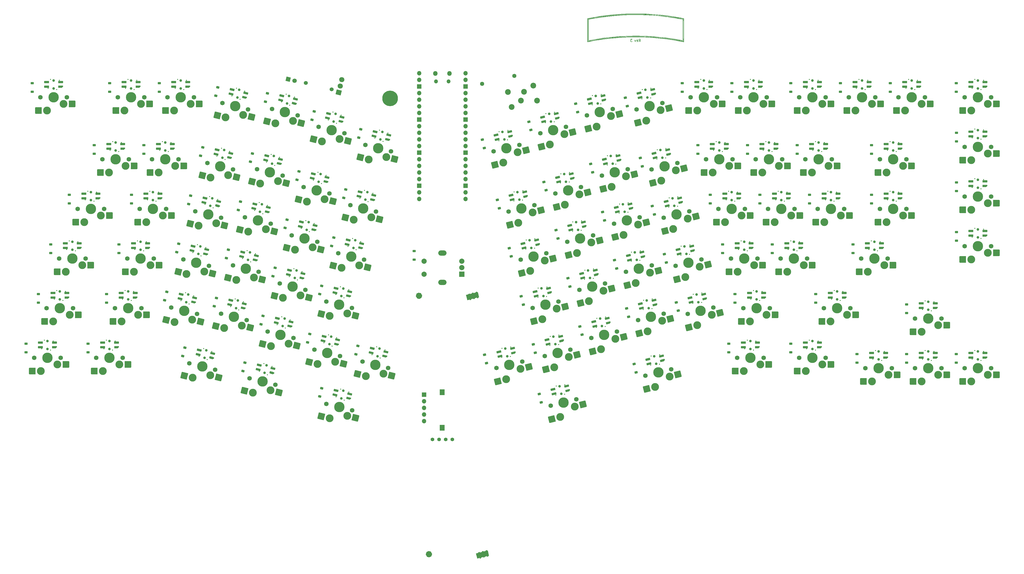
<source format=gbr>
%TF.GenerationSoftware,KiCad,Pcbnew,(7.0.0-0)*%
%TF.CreationDate,2023-04-21T13:35:00-07:00*%
%TF.ProjectId,redherring_v2,72656468-6572-4726-996e-675f76322e6b,rev?*%
%TF.SameCoordinates,Original*%
%TF.FileFunction,Soldermask,Bot*%
%TF.FilePolarity,Negative*%
%FSLAX46Y46*%
G04 Gerber Fmt 4.6, Leading zero omitted, Abs format (unit mm)*
G04 Created by KiCad (PCBNEW (7.0.0-0)) date 2023-04-21 13:35:00*
%MOMM*%
%LPD*%
G01*
G04 APERTURE LIST*
G04 Aperture macros list*
%AMRoundRect*
0 Rectangle with rounded corners*
0 $1 Rounding radius*
0 $2 $3 $4 $5 $6 $7 $8 $9 X,Y pos of 4 corners*
0 Add a 4 corners polygon primitive as box body*
4,1,4,$2,$3,$4,$5,$6,$7,$8,$9,$2,$3,0*
0 Add four circle primitives for the rounded corners*
1,1,$1+$1,$2,$3*
1,1,$1+$1,$4,$5*
1,1,$1+$1,$6,$7*
1,1,$1+$1,$8,$9*
0 Add four rect primitives between the rounded corners*
20,1,$1+$1,$2,$3,$4,$5,0*
20,1,$1+$1,$4,$5,$6,$7,0*
20,1,$1+$1,$6,$7,$8,$9,0*
20,1,$1+$1,$8,$9,$2,$3,0*%
%AMHorizOval*
0 Thick line with rounded ends*
0 $1 width*
0 $2 $3 position (X,Y) of the first rounded end (center of the circle)*
0 $4 $5 position (X,Y) of the second rounded end (center of the circle)*
0 Add line between two ends*
20,1,$1,$2,$3,$4,$5,0*
0 Add two circle primitives to create the rounded ends*
1,1,$1,$2,$3*
1,1,$1,$4,$5*%
%AMRotRect*
0 Rectangle, with rotation*
0 The origin of the aperture is its center*
0 $1 length*
0 $2 width*
0 $3 Rotation angle, in degrees counterclockwise*
0 Add horizontal line*
21,1,$1,$2,0,0,$3*%
%AMFreePoly0*
4,1,13,-0.909987,0.212526,-0.893809,0.293856,-0.847740,0.362805,-0.778791,0.408874,-0.697461,0.425052,0.909987,0.425052,0.909987,-0.425052,-0.697461,-0.425052,-0.778791,-0.408874,-0.847740,-0.362805,-0.893809,-0.293856,-0.909987,-0.212526,-0.909987,0.212526,-0.909987,0.212526,$1*%
%AMFreePoly1*
4,1,13,-0.909987,0.210051,-0.893998,0.290434,-0.848464,0.358580,-0.780318,0.404114,-0.699935,0.420103,0.909987,0.420103,0.909987,-0.420103,-0.699935,-0.420103,-0.780318,-0.404114,-0.848464,-0.358580,-0.893998,-0.290434,-0.909987,-0.210051,-0.909987,0.210051,-0.909987,0.210051,$1*%
%AMFreePoly2*
4,1,18,-0.744993,0.000000,-0.324890,0.420103,0.534941,0.420103,0.615324,0.404114,0.683470,0.358580,0.729004,0.290434,0.744993,0.210051,0.744993,-0.210051,0.729004,-0.290434,0.683470,-0.358580,0.615324,-0.404114,0.534941,-0.420103,-0.534941,-0.420103,-0.615324,-0.404114,-0.683470,-0.358580,-0.729004,-0.290434,-0.744993,-0.210051,-0.744993,0.000000,-0.744993,0.000000,$1*%
%AMFreePoly3*
4,1,13,-1.275000,1.000000,-1.255970,1.095671,-1.201777,1.176777,-1.120671,1.230970,-1.025000,1.250000,1.275000,1.250000,1.275000,-1.250000,-1.025000,-1.250000,-1.120671,-1.230970,-1.201777,-1.176777,-1.255970,-1.095671,-1.275000,-1.000000,-1.275000,1.000000,-1.275000,1.000000,$1*%
%AMFreePoly4*
4,1,13,-1.275000,1.250000,1.025000,1.250000,1.120671,1.230970,1.201777,1.176777,1.255970,1.095671,1.275000,1.000000,1.275000,-1.000000,1.255970,-1.095671,1.201777,-1.176777,1.120671,-1.230970,1.025000,-1.250000,-1.275000,-1.250000,-1.275000,1.250000,-1.275000,1.250000,$1*%
G04 Aperture macros list end*
%ADD10C,0.200000*%
%ADD11C,1.500000*%
%ADD12C,0.050000*%
%ADD13C,0.010000*%
%ADD14RoundRect,0.225000X-0.418293X0.127596X-0.309428X-0.309037X0.418293X-0.127596X0.309428X0.309037X0*%
%ADD15RoundRect,0.225000X-0.375000X0.225000X-0.375000X-0.225000X0.375000X-0.225000X0.375000X0.225000X0*%
%ADD16O,1.800000X1.800000*%
%ADD17O,1.500000X1.500000*%
%ADD18O,1.700000X1.700000*%
%ADD19R,1.700000X1.700000*%
%ADD20C,1.750000*%
%ADD21FreePoly0,0.000000*%
%ADD22FreePoly1,0.000000*%
%ADD23C,3.000000*%
%ADD24C,3.987800*%
%ADD25C,1.000000*%
%ADD26R,1.379987X0.840206*%
%ADD27FreePoly1,180.000000*%
%ADD28FreePoly2,180.000000*%
%ADD29C,0.400000*%
%ADD30FreePoly3,180.000000*%
%ADD31FreePoly4,180.000000*%
%ADD32FreePoly0,14.000000*%
%ADD33FreePoly1,14.000000*%
%ADD34RotRect,1.379987X0.840206X194.000000*%
%ADD35FreePoly1,194.000000*%
%ADD36FreePoly2,194.000000*%
%ADD37FreePoly3,194.000000*%
%ADD38FreePoly4,194.000000*%
%ADD39RoundRect,0.225000X-0.309428X0.309037X-0.418293X-0.127596X0.309428X-0.309037X0.418293X0.127596X0*%
%ADD40FreePoly0,346.000000*%
%ADD41FreePoly1,346.000000*%
%ADD42RotRect,1.379987X0.840206X166.000000*%
%ADD43FreePoly1,166.000000*%
%ADD44FreePoly2,166.000000*%
%ADD45FreePoly3,166.000000*%
%ADD46FreePoly4,166.000000*%
%ADD47R,1.955800X2.311400*%
%ADD48O,3.200000X2.000000*%
%ADD49R,2.000000X2.000000*%
%ADD50C,2.000000*%
%ADD51C,1.600000*%
%ADD52HorizOval,1.600000X0.000000X0.000000X0.000000X0.000000X0*%
%ADD53C,1.397000*%
%ADD54C,2.200000*%
%ADD55C,1.524000*%
%ADD56RotRect,1.700000X1.700000X76.000000*%
%ADD57HorizOval,1.700000X0.000000X0.000000X0.000000X0.000000X0*%
%ADD58C,6.000000*%
%ADD59RotRect,1.905000X2.000000X76.000000*%
%ADD60HorizOval,1.905000X-0.046089X0.011491X0.046089X-0.011491X0*%
G04 APERTURE END LIST*
D10*
X264217630Y-36336420D02*
X264550963Y-35860230D01*
X264789058Y-36336420D02*
X264789058Y-35336420D01*
X264789058Y-35336420D02*
X264408106Y-35336420D01*
X264408106Y-35336420D02*
X264312868Y-35384040D01*
X264312868Y-35384040D02*
X264265249Y-35431659D01*
X264265249Y-35431659D02*
X264217630Y-35526897D01*
X264217630Y-35526897D02*
X264217630Y-35669754D01*
X264217630Y-35669754D02*
X264265249Y-35764992D01*
X264265249Y-35764992D02*
X264312868Y-35812611D01*
X264312868Y-35812611D02*
X264408106Y-35860230D01*
X264408106Y-35860230D02*
X264789058Y-35860230D01*
X263408106Y-36288801D02*
X263503344Y-36336420D01*
X263503344Y-36336420D02*
X263693820Y-36336420D01*
X263693820Y-36336420D02*
X263789058Y-36288801D01*
X263789058Y-36288801D02*
X263836677Y-36193563D01*
X263836677Y-36193563D02*
X263836677Y-35812611D01*
X263836677Y-35812611D02*
X263789058Y-35717373D01*
X263789058Y-35717373D02*
X263693820Y-35669754D01*
X263693820Y-35669754D02*
X263503344Y-35669754D01*
X263503344Y-35669754D02*
X263408106Y-35717373D01*
X263408106Y-35717373D02*
X263360487Y-35812611D01*
X263360487Y-35812611D02*
X263360487Y-35907849D01*
X263360487Y-35907849D02*
X263836677Y-36003087D01*
X263027153Y-35669754D02*
X262789058Y-36336420D01*
X262789058Y-36336420D02*
X262550963Y-35669754D01*
X261665248Y-35336420D02*
X261046201Y-35336420D01*
X261046201Y-35336420D02*
X261379534Y-35717373D01*
X261379534Y-35717373D02*
X261236677Y-35717373D01*
X261236677Y-35717373D02*
X261141439Y-35764992D01*
X261141439Y-35764992D02*
X261093820Y-35812611D01*
X261093820Y-35812611D02*
X261046201Y-35907849D01*
X261046201Y-35907849D02*
X261046201Y-36145944D01*
X261046201Y-36145944D02*
X261093820Y-36241182D01*
X261093820Y-36241182D02*
X261141439Y-36288801D01*
X261141439Y-36288801D02*
X261236677Y-36336420D01*
X261236677Y-36336420D02*
X261522391Y-36336420D01*
X261522391Y-36336420D02*
X261617629Y-36288801D01*
X261617629Y-36288801D02*
X261665248Y-36241182D01*
D11*
%TO.C,G\u002A\u002A\u002A*%
X184093540Y-233049940D02*
G75*
G03*
X184093540Y-233049940I-450727J0D01*
G01*
G36*
X205881660Y-231698660D02*
G01*
X206143280Y-231637700D01*
X206145820Y-231635160D01*
X206613180Y-233524920D01*
X206346480Y-233590960D01*
X206399820Y-233819560D01*
X205937540Y-233923700D01*
X205879120Y-233705260D01*
X204957100Y-233941480D01*
X205012980Y-234167540D01*
X204560860Y-234292000D01*
X204507520Y-234055780D01*
X203549940Y-234289460D01*
X203608360Y-234540920D01*
X203156240Y-234650140D01*
X203097820Y-234416460D01*
X202173260Y-234657760D01*
X201703360Y-232745140D01*
X202633000Y-232508920D01*
X202587280Y-232305720D01*
X203021620Y-232191420D01*
X203067340Y-232404780D01*
X204030000Y-232168560D01*
X203981740Y-231955200D01*
X204428780Y-231835820D01*
X204479580Y-232049180D01*
X205424460Y-231815500D01*
X205373660Y-231594520D01*
X205823240Y-231477680D01*
X205881660Y-231698660D01*
G37*
D12*
X205881660Y-231698660D02*
X206143280Y-231637700D01*
X206145820Y-231635160D01*
X206613180Y-233524920D01*
X206346480Y-233590960D01*
X206399820Y-233819560D01*
X205937540Y-233923700D01*
X205879120Y-233705260D01*
X204957100Y-233941480D01*
X205012980Y-234167540D01*
X204560860Y-234292000D01*
X204507520Y-234055780D01*
X203549940Y-234289460D01*
X203608360Y-234540920D01*
X203156240Y-234650140D01*
X203097820Y-234416460D01*
X202173260Y-234657760D01*
X201703360Y-232745140D01*
X202633000Y-232508920D01*
X202587280Y-232305720D01*
X203021620Y-232191420D01*
X203067340Y-232404780D01*
X204030000Y-232168560D01*
X203981740Y-231955200D01*
X204428780Y-231835820D01*
X204479580Y-232049180D01*
X205424460Y-231815500D01*
X205373660Y-231594520D01*
X205823240Y-231477680D01*
X205881660Y-231698660D01*
G36*
X281086910Y-35876773D02*
G01*
X281085798Y-35898237D01*
X281082143Y-35941105D01*
X281078112Y-35965312D01*
X281073689Y-35972923D01*
X281069198Y-35972584D01*
X281023268Y-35965606D01*
X280937496Y-35950704D01*
X280819839Y-35929316D01*
X280678250Y-35902883D01*
X280520686Y-35872845D01*
X279778400Y-35732677D01*
X278443544Y-35494936D01*
X277123799Y-35278985D01*
X275812071Y-35084012D01*
X274501264Y-34909203D01*
X273184282Y-34753745D01*
X271854030Y-34616825D01*
X270503411Y-34497630D01*
X269125332Y-34395346D01*
X267712695Y-34309161D01*
X266258406Y-34238260D01*
X266179759Y-34235208D01*
X265982935Y-34229408D01*
X265742678Y-34224236D01*
X265463950Y-34219691D01*
X265151713Y-34215774D01*
X264810929Y-34212484D01*
X264446561Y-34209821D01*
X264063570Y-34207785D01*
X263666919Y-34206377D01*
X263261569Y-34205595D01*
X262852483Y-34205440D01*
X262444623Y-34205913D01*
X262042951Y-34207012D01*
X261652429Y-34208738D01*
X261278019Y-34211090D01*
X260924683Y-34214069D01*
X260597384Y-34217675D01*
X260301084Y-34221907D01*
X260040744Y-34226765D01*
X259821327Y-34232250D01*
X259647795Y-34238360D01*
X258172639Y-34310614D01*
X256717384Y-34400062D01*
X255298238Y-34506436D01*
X253909000Y-34630428D01*
X252543473Y-34772734D01*
X251195456Y-34934049D01*
X249858750Y-35115065D01*
X248527155Y-35316478D01*
X247194472Y-35538982D01*
X245854502Y-35783271D01*
X245674629Y-35817323D01*
X245474463Y-35855002D01*
X245292093Y-35889104D01*
X245133951Y-35918437D01*
X245006466Y-35941810D01*
X244916069Y-35958031D01*
X244869190Y-35965907D01*
X244773768Y-35979639D01*
X244773928Y-35876734D01*
X244875623Y-35876734D01*
X244935296Y-35861757D01*
X244979951Y-35851641D01*
X245078514Y-35831454D01*
X245217059Y-35804405D01*
X245389837Y-35771540D01*
X245591102Y-35733902D01*
X245815105Y-35692537D01*
X246056099Y-35648489D01*
X246308336Y-35602802D01*
X246566068Y-35556521D01*
X246823547Y-35510691D01*
X247075026Y-35466356D01*
X247314757Y-35424561D01*
X247536992Y-35386351D01*
X247735983Y-35352769D01*
X248578552Y-35215931D01*
X249805193Y-35030255D01*
X251021639Y-34862773D01*
X252235335Y-34712739D01*
X253453725Y-34579409D01*
X254684253Y-34462036D01*
X255934363Y-34359876D01*
X257211499Y-34272183D01*
X258523104Y-34198212D01*
X259876624Y-34137218D01*
X260006403Y-34132701D01*
X260233667Y-34126774D01*
X260502578Y-34121573D01*
X260807697Y-34117100D01*
X261143582Y-34113354D01*
X261504792Y-34110334D01*
X261885887Y-34108041D01*
X262281426Y-34106475D01*
X262685968Y-34105636D01*
X263094071Y-34105523D01*
X263500297Y-34106137D01*
X263899203Y-34107479D01*
X264285349Y-34109547D01*
X264653294Y-34112341D01*
X264997597Y-34115863D01*
X265312818Y-34120112D01*
X265593515Y-34125087D01*
X265834248Y-34130789D01*
X266029577Y-34137218D01*
X266742980Y-34167665D01*
X268310550Y-34249926D01*
X269840892Y-34352218D01*
X271340897Y-34475305D01*
X272817459Y-34619949D01*
X274277469Y-34786912D01*
X275727819Y-34976957D01*
X277175403Y-35190848D01*
X278627111Y-35429347D01*
X280089837Y-35693217D01*
X280217505Y-35717287D01*
X280410072Y-35753743D01*
X280584499Y-35786945D01*
X280734419Y-35815670D01*
X280853463Y-35838697D01*
X280935262Y-35854803D01*
X280973449Y-35862768D01*
X281030735Y-35876773D01*
X281024300Y-31838856D01*
X281017865Y-27800940D01*
X280852600Y-27767112D01*
X280811396Y-27758700D01*
X280277267Y-27653077D01*
X279701064Y-27544973D01*
X279090765Y-27435678D01*
X278454352Y-27326482D01*
X277799805Y-27218676D01*
X277135104Y-27113548D01*
X276468231Y-27012391D01*
X275807166Y-26916493D01*
X275159889Y-26827146D01*
X274534382Y-26745639D01*
X273497874Y-26620730D01*
X271339190Y-26397765D01*
X269183147Y-26225422D01*
X267029314Y-26103714D01*
X264877259Y-26032656D01*
X262726552Y-26012260D01*
X260576760Y-26042542D01*
X258427452Y-26123515D01*
X256278197Y-26255193D01*
X254128564Y-26437589D01*
X251978120Y-26670718D01*
X249826435Y-26954592D01*
X247673077Y-27289227D01*
X245517615Y-27674635D01*
X244875623Y-27796922D01*
X244875623Y-35876734D01*
X244773928Y-35876734D01*
X244780201Y-31851006D01*
X244786634Y-27722372D01*
X245129877Y-27653826D01*
X245364682Y-27607680D01*
X245708874Y-27542053D01*
X246085526Y-27472153D01*
X246484522Y-27399774D01*
X246895747Y-27326709D01*
X247309083Y-27254750D01*
X247714416Y-27185691D01*
X248101630Y-27121324D01*
X248460608Y-27063444D01*
X249089223Y-26965947D01*
X250225068Y-26800258D01*
X251349047Y-26650336D01*
X252468885Y-26515424D01*
X253592304Y-26394765D01*
X254727024Y-26287604D01*
X255880770Y-26193182D01*
X257061263Y-26110746D01*
X258276226Y-26039536D01*
X259533381Y-25978798D01*
X259546271Y-25978245D01*
X259739118Y-25971368D01*
X259976920Y-25965007D01*
X260254207Y-25959187D01*
X260565509Y-25953932D01*
X260905356Y-25949266D01*
X261268278Y-25945212D01*
X261648805Y-25941795D01*
X262041467Y-25939038D01*
X262440793Y-25936965D01*
X262841314Y-25935601D01*
X263237559Y-25934968D01*
X263624059Y-25935091D01*
X263995343Y-25935994D01*
X264345942Y-25937701D01*
X264670385Y-25940235D01*
X264963202Y-25943620D01*
X265218924Y-25947881D01*
X265432079Y-25953041D01*
X266107312Y-25975150D01*
X268002189Y-26060909D01*
X269868737Y-26181273D01*
X271714300Y-26337062D01*
X273546223Y-26529093D01*
X275371848Y-26758186D01*
X277198520Y-27025160D01*
X279033584Y-27330833D01*
X280884382Y-27676025D01*
X281106854Y-27719683D01*
X281106854Y-31846303D01*
X281106832Y-32183336D01*
X281106693Y-32704091D01*
X281106410Y-33177300D01*
X281105967Y-33605026D01*
X281105348Y-33989332D01*
X281104536Y-34332281D01*
X281103514Y-34635938D01*
X281102265Y-34902365D01*
X281100774Y-35133625D01*
X281099024Y-35331783D01*
X281096997Y-35498900D01*
X281094678Y-35637041D01*
X281092049Y-35748269D01*
X281089095Y-35834646D01*
X281086910Y-35876773D01*
G37*
D13*
X281086910Y-35876773D02*
X281085798Y-35898237D01*
X281082143Y-35941105D01*
X281078112Y-35965312D01*
X281073689Y-35972923D01*
X281069198Y-35972584D01*
X281023268Y-35965606D01*
X280937496Y-35950704D01*
X280819839Y-35929316D01*
X280678250Y-35902883D01*
X280520686Y-35872845D01*
X279778400Y-35732677D01*
X278443544Y-35494936D01*
X277123799Y-35278985D01*
X275812071Y-35084012D01*
X274501264Y-34909203D01*
X273184282Y-34753745D01*
X271854030Y-34616825D01*
X270503411Y-34497630D01*
X269125332Y-34395346D01*
X267712695Y-34309161D01*
X266258406Y-34238260D01*
X266179759Y-34235208D01*
X265982935Y-34229408D01*
X265742678Y-34224236D01*
X265463950Y-34219691D01*
X265151713Y-34215774D01*
X264810929Y-34212484D01*
X264446561Y-34209821D01*
X264063570Y-34207785D01*
X263666919Y-34206377D01*
X263261569Y-34205595D01*
X262852483Y-34205440D01*
X262444623Y-34205913D01*
X262042951Y-34207012D01*
X261652429Y-34208738D01*
X261278019Y-34211090D01*
X260924683Y-34214069D01*
X260597384Y-34217675D01*
X260301084Y-34221907D01*
X260040744Y-34226765D01*
X259821327Y-34232250D01*
X259647795Y-34238360D01*
X258172639Y-34310614D01*
X256717384Y-34400062D01*
X255298238Y-34506436D01*
X253909000Y-34630428D01*
X252543473Y-34772734D01*
X251195456Y-34934049D01*
X249858750Y-35115065D01*
X248527155Y-35316478D01*
X247194472Y-35538982D01*
X245854502Y-35783271D01*
X245674629Y-35817323D01*
X245474463Y-35855002D01*
X245292093Y-35889104D01*
X245133951Y-35918437D01*
X245006466Y-35941810D01*
X244916069Y-35958031D01*
X244869190Y-35965907D01*
X244773768Y-35979639D01*
X244773928Y-35876734D01*
X244875623Y-35876734D01*
X244935296Y-35861757D01*
X244979951Y-35851641D01*
X245078514Y-35831454D01*
X245217059Y-35804405D01*
X245389837Y-35771540D01*
X245591102Y-35733902D01*
X245815105Y-35692537D01*
X246056099Y-35648489D01*
X246308336Y-35602802D01*
X246566068Y-35556521D01*
X246823547Y-35510691D01*
X247075026Y-35466356D01*
X247314757Y-35424561D01*
X247536992Y-35386351D01*
X247735983Y-35352769D01*
X248578552Y-35215931D01*
X249805193Y-35030255D01*
X251021639Y-34862773D01*
X252235335Y-34712739D01*
X253453725Y-34579409D01*
X254684253Y-34462036D01*
X255934363Y-34359876D01*
X257211499Y-34272183D01*
X258523104Y-34198212D01*
X259876624Y-34137218D01*
X260006403Y-34132701D01*
X260233667Y-34126774D01*
X260502578Y-34121573D01*
X260807697Y-34117100D01*
X261143582Y-34113354D01*
X261504792Y-34110334D01*
X261885887Y-34108041D01*
X262281426Y-34106475D01*
X262685968Y-34105636D01*
X263094071Y-34105523D01*
X263500297Y-34106137D01*
X263899203Y-34107479D01*
X264285349Y-34109547D01*
X264653294Y-34112341D01*
X264997597Y-34115863D01*
X265312818Y-34120112D01*
X265593515Y-34125087D01*
X265834248Y-34130789D01*
X266029577Y-34137218D01*
X266742980Y-34167665D01*
X268310550Y-34249926D01*
X269840892Y-34352218D01*
X271340897Y-34475305D01*
X272817459Y-34619949D01*
X274277469Y-34786912D01*
X275727819Y-34976957D01*
X277175403Y-35190848D01*
X278627111Y-35429347D01*
X280089837Y-35693217D01*
X280217505Y-35717287D01*
X280410072Y-35753743D01*
X280584499Y-35786945D01*
X280734419Y-35815670D01*
X280853463Y-35838697D01*
X280935262Y-35854803D01*
X280973449Y-35862768D01*
X281030735Y-35876773D01*
X281024300Y-31838856D01*
X281017865Y-27800940D01*
X280852600Y-27767112D01*
X280811396Y-27758700D01*
X280277267Y-27653077D01*
X279701064Y-27544973D01*
X279090765Y-27435678D01*
X278454352Y-27326482D01*
X277799805Y-27218676D01*
X277135104Y-27113548D01*
X276468231Y-27012391D01*
X275807166Y-26916493D01*
X275159889Y-26827146D01*
X274534382Y-26745639D01*
X273497874Y-26620730D01*
X271339190Y-26397765D01*
X269183147Y-26225422D01*
X267029314Y-26103714D01*
X264877259Y-26032656D01*
X262726552Y-26012260D01*
X260576760Y-26042542D01*
X258427452Y-26123515D01*
X256278197Y-26255193D01*
X254128564Y-26437589D01*
X251978120Y-26670718D01*
X249826435Y-26954592D01*
X247673077Y-27289227D01*
X245517615Y-27674635D01*
X244875623Y-27796922D01*
X244875623Y-35876734D01*
X244773928Y-35876734D01*
X244780201Y-31851006D01*
X244786634Y-27722372D01*
X245129877Y-27653826D01*
X245364682Y-27607680D01*
X245708874Y-27542053D01*
X246085526Y-27472153D01*
X246484522Y-27399774D01*
X246895747Y-27326709D01*
X247309083Y-27254750D01*
X247714416Y-27185691D01*
X248101630Y-27121324D01*
X248460608Y-27063444D01*
X249089223Y-26965947D01*
X250225068Y-26800258D01*
X251349047Y-26650336D01*
X252468885Y-26515424D01*
X253592304Y-26394765D01*
X254727024Y-26287604D01*
X255880770Y-26193182D01*
X257061263Y-26110746D01*
X258276226Y-26039536D01*
X259533381Y-25978798D01*
X259546271Y-25978245D01*
X259739118Y-25971368D01*
X259976920Y-25965007D01*
X260254207Y-25959187D01*
X260565509Y-25953932D01*
X260905356Y-25949266D01*
X261268278Y-25945212D01*
X261648805Y-25941795D01*
X262041467Y-25939038D01*
X262440793Y-25936965D01*
X262841314Y-25935601D01*
X263237559Y-25934968D01*
X263624059Y-25935091D01*
X263995343Y-25935994D01*
X264345942Y-25937701D01*
X264670385Y-25940235D01*
X264963202Y-25943620D01*
X265218924Y-25947881D01*
X265432079Y-25953041D01*
X266107312Y-25975150D01*
X268002189Y-26060909D01*
X269868737Y-26181273D01*
X271714300Y-26337062D01*
X273546223Y-26529093D01*
X275371848Y-26758186D01*
X277198520Y-27025160D01*
X279033584Y-27330833D01*
X280884382Y-27676025D01*
X281106854Y-27719683D01*
X281106854Y-31846303D01*
X281106832Y-32183336D01*
X281106693Y-32704091D01*
X281106410Y-33177300D01*
X281105967Y-33605026D01*
X281105348Y-33989332D01*
X281104536Y-34332281D01*
X281103514Y-34635938D01*
X281102265Y-34902365D01*
X281100774Y-35133625D01*
X281099024Y-35331783D01*
X281096997Y-35498900D01*
X281094678Y-35637041D01*
X281092049Y-35748269D01*
X281089095Y-35834646D01*
X281086910Y-35876773D01*
G36*
X281462810Y-31893856D02*
G01*
X281462810Y-36423643D01*
X281100498Y-36349978D01*
X279604190Y-36060493D01*
X277933302Y-35770273D01*
X276234574Y-35508651D01*
X274516081Y-35276635D01*
X272785897Y-35075232D01*
X271052098Y-34905453D01*
X269322758Y-34768304D01*
X267605953Y-34664795D01*
X267568453Y-34662902D01*
X267213445Y-34645307D01*
X266886466Y-34629848D01*
X266581448Y-34616393D01*
X266292324Y-34604808D01*
X266013027Y-34594959D01*
X265737488Y-34586716D01*
X265459640Y-34579943D01*
X265173417Y-34574510D01*
X264872749Y-34570281D01*
X264551570Y-34567125D01*
X264203812Y-34564909D01*
X263823407Y-34563499D01*
X263404288Y-34562763D01*
X262940388Y-34562568D01*
X262820811Y-34562601D01*
X262250905Y-34563577D01*
X261723649Y-34566062D01*
X261232220Y-34570267D01*
X260769795Y-34576403D01*
X260329552Y-34584683D01*
X259904668Y-34595318D01*
X259488321Y-34608519D01*
X259073687Y-34624499D01*
X258653945Y-34643470D01*
X258222271Y-34665642D01*
X257771843Y-34691227D01*
X257295838Y-34720438D01*
X256787435Y-34753486D01*
X256582759Y-34767350D01*
X255130198Y-34879862D01*
X253660176Y-35017856D01*
X252182044Y-35180096D01*
X250705149Y-35365347D01*
X249238842Y-35572372D01*
X247792471Y-35799936D01*
X246375387Y-36046804D01*
X244996937Y-36311740D01*
X244921426Y-36326825D01*
X244767629Y-36356570D01*
X244634408Y-36381021D01*
X244529065Y-36398911D01*
X244458902Y-36408972D01*
X244431221Y-36409936D01*
X244430628Y-36404883D01*
X244429244Y-36357870D01*
X244427904Y-36263662D01*
X244426616Y-36124833D01*
X244425387Y-35943957D01*
X244424226Y-35723608D01*
X244423139Y-35466361D01*
X244422134Y-35174790D01*
X244421219Y-34851468D01*
X244420401Y-34498970D01*
X244419689Y-34119870D01*
X244419088Y-33716743D01*
X244419075Y-33704874D01*
X244600894Y-33704874D01*
X244601020Y-34094671D01*
X244601310Y-34459745D01*
X244601760Y-34797482D01*
X244602364Y-35105270D01*
X244603117Y-35380497D01*
X244604015Y-35620550D01*
X244605052Y-35822815D01*
X244606223Y-35984681D01*
X244607523Y-36103534D01*
X244608947Y-36176762D01*
X244610491Y-36201752D01*
X244628455Y-36198838D01*
X244691383Y-36187402D01*
X244793788Y-36168333D01*
X244929830Y-36142729D01*
X245093670Y-36111692D01*
X245279468Y-36076321D01*
X245481385Y-36037716D01*
X245671444Y-36001506D01*
X247817421Y-35620615D01*
X249967050Y-35290341D01*
X252119805Y-35010690D01*
X254275160Y-34781670D01*
X256432586Y-34603287D01*
X258591559Y-34475549D01*
X260751550Y-34398463D01*
X262912034Y-34372035D01*
X265072483Y-34396273D01*
X267232370Y-34471183D01*
X269391170Y-34596773D01*
X271548355Y-34773049D01*
X273703398Y-35000019D01*
X275855773Y-35277689D01*
X278004952Y-35606067D01*
X278109599Y-35623443D01*
X278365951Y-35666907D01*
X278649414Y-35716002D01*
X278951404Y-35769171D01*
X279263335Y-35824856D01*
X279576623Y-35881499D01*
X279882681Y-35937543D01*
X280172925Y-35991430D01*
X280438771Y-36041603D01*
X280671631Y-36086505D01*
X280862923Y-36124577D01*
X280929921Y-36138112D01*
X281057548Y-36163265D01*
X281164183Y-36183451D01*
X281240229Y-36196878D01*
X281276086Y-36201752D01*
X281277951Y-36200665D01*
X281282232Y-36188169D01*
X281286134Y-36160043D01*
X281289671Y-36114217D01*
X281292862Y-36048619D01*
X281295721Y-35961175D01*
X281298266Y-35849816D01*
X281300512Y-35712467D01*
X281302478Y-35547059D01*
X281304178Y-35351519D01*
X281305629Y-35123775D01*
X281306848Y-34861755D01*
X281307851Y-34563387D01*
X281308655Y-34226600D01*
X281309276Y-33849321D01*
X281309730Y-33429479D01*
X281310034Y-32965002D01*
X281310204Y-32453818D01*
X281310258Y-31893856D01*
X281310256Y-31711596D01*
X281310222Y-31178372D01*
X281310126Y-30693022D01*
X281309945Y-30253295D01*
X281309656Y-29856939D01*
X281309237Y-29501702D01*
X281308663Y-29185333D01*
X281307911Y-28905580D01*
X281306959Y-28660192D01*
X281305782Y-28446916D01*
X281304359Y-28263503D01*
X281302665Y-28107698D01*
X281300678Y-27977252D01*
X281298374Y-27869913D01*
X281295731Y-27783429D01*
X281292724Y-27715548D01*
X281289331Y-27664018D01*
X281285529Y-27626589D01*
X281281295Y-27601008D01*
X281276604Y-27585025D01*
X281271435Y-27576386D01*
X281265763Y-27572841D01*
X281260560Y-27571409D01*
X281205511Y-27558811D01*
X281107929Y-27538412D01*
X280974079Y-27511420D01*
X280810223Y-27479043D01*
X280622625Y-27442490D01*
X280417546Y-27402968D01*
X280201251Y-27361685D01*
X279980001Y-27319851D01*
X279760061Y-27278673D01*
X279547693Y-27239359D01*
X279349159Y-27203117D01*
X277822904Y-26940348D01*
X275720635Y-26622061D01*
X273604189Y-26351846D01*
X271472688Y-26129602D01*
X269325254Y-25955231D01*
X267161008Y-25828633D01*
X266914154Y-25817403D01*
X265908141Y-25780138D01*
X264866346Y-25754436D01*
X263799735Y-25740279D01*
X262719273Y-25737652D01*
X261635925Y-25746536D01*
X260560658Y-25766916D01*
X259504436Y-25798773D01*
X258478225Y-25842091D01*
X258030977Y-25864938D01*
X255911645Y-26002663D01*
X253799122Y-26188876D01*
X251690488Y-26423927D01*
X249582822Y-26708171D01*
X247473201Y-27041959D01*
X245358706Y-27425644D01*
X244608656Y-27570402D01*
X244602226Y-31886077D01*
X244602132Y-31950708D01*
X244601551Y-32413271D01*
X244601154Y-32861561D01*
X244600937Y-33292967D01*
X244600894Y-33704874D01*
X244419075Y-33704874D01*
X244418608Y-33292161D01*
X244418256Y-32848701D01*
X244418039Y-32388934D01*
X244417965Y-31915437D01*
X244417965Y-27434194D01*
X244551449Y-27405513D01*
X244590825Y-27397245D01*
X244704141Y-27374393D01*
X244856786Y-27344412D01*
X245041609Y-27308650D01*
X245251460Y-27268454D01*
X245479188Y-27225174D01*
X245717643Y-27180156D01*
X245959674Y-27134748D01*
X246198132Y-27090298D01*
X246425866Y-27048153D01*
X246635725Y-27009663D01*
X246820560Y-26976173D01*
X246973220Y-26949033D01*
X247170517Y-26914676D01*
X249309162Y-26570407D01*
X251453804Y-26276512D01*
X253603512Y-26032999D01*
X255757356Y-25839876D01*
X257914405Y-25697151D01*
X260073728Y-25604833D01*
X262234394Y-25562929D01*
X264395472Y-25571448D01*
X266556032Y-25630398D01*
X268715141Y-25739788D01*
X270871871Y-25899625D01*
X273025288Y-26109917D01*
X275174464Y-26370673D01*
X277318466Y-26681902D01*
X277551735Y-26719088D01*
X277842576Y-26766650D01*
X278151453Y-26818265D01*
X278473117Y-26872988D01*
X278802323Y-26929872D01*
X279133823Y-26987973D01*
X279462369Y-27046343D01*
X279782714Y-27104038D01*
X280089612Y-27160110D01*
X280377815Y-27213615D01*
X280642076Y-27263607D01*
X280877147Y-27309138D01*
X281077782Y-27349265D01*
X281238732Y-27383040D01*
X281354752Y-27409517D01*
X281462810Y-27436017D01*
X281462810Y-31893856D01*
G37*
X281462810Y-31893856D02*
X281462810Y-36423643D01*
X281100498Y-36349978D01*
X279604190Y-36060493D01*
X277933302Y-35770273D01*
X276234574Y-35508651D01*
X274516081Y-35276635D01*
X272785897Y-35075232D01*
X271052098Y-34905453D01*
X269322758Y-34768304D01*
X267605953Y-34664795D01*
X267568453Y-34662902D01*
X267213445Y-34645307D01*
X266886466Y-34629848D01*
X266581448Y-34616393D01*
X266292324Y-34604808D01*
X266013027Y-34594959D01*
X265737488Y-34586716D01*
X265459640Y-34579943D01*
X265173417Y-34574510D01*
X264872749Y-34570281D01*
X264551570Y-34567125D01*
X264203812Y-34564909D01*
X263823407Y-34563499D01*
X263404288Y-34562763D01*
X262940388Y-34562568D01*
X262820811Y-34562601D01*
X262250905Y-34563577D01*
X261723649Y-34566062D01*
X261232220Y-34570267D01*
X260769795Y-34576403D01*
X260329552Y-34584683D01*
X259904668Y-34595318D01*
X259488321Y-34608519D01*
X259073687Y-34624499D01*
X258653945Y-34643470D01*
X258222271Y-34665642D01*
X257771843Y-34691227D01*
X257295838Y-34720438D01*
X256787435Y-34753486D01*
X256582759Y-34767350D01*
X255130198Y-34879862D01*
X253660176Y-35017856D01*
X252182044Y-35180096D01*
X250705149Y-35365347D01*
X249238842Y-35572372D01*
X247792471Y-35799936D01*
X246375387Y-36046804D01*
X244996937Y-36311740D01*
X244921426Y-36326825D01*
X244767629Y-36356570D01*
X244634408Y-36381021D01*
X244529065Y-36398911D01*
X244458902Y-36408972D01*
X244431221Y-36409936D01*
X244430628Y-36404883D01*
X244429244Y-36357870D01*
X244427904Y-36263662D01*
X244426616Y-36124833D01*
X244425387Y-35943957D01*
X244424226Y-35723608D01*
X244423139Y-35466361D01*
X244422134Y-35174790D01*
X244421219Y-34851468D01*
X244420401Y-34498970D01*
X244419689Y-34119870D01*
X244419088Y-33716743D01*
X244419075Y-33704874D01*
X244600894Y-33704874D01*
X244601020Y-34094671D01*
X244601310Y-34459745D01*
X244601760Y-34797482D01*
X244602364Y-35105270D01*
X244603117Y-35380497D01*
X244604015Y-35620550D01*
X244605052Y-35822815D01*
X244606223Y-35984681D01*
X244607523Y-36103534D01*
X244608947Y-36176762D01*
X244610491Y-36201752D01*
X244628455Y-36198838D01*
X244691383Y-36187402D01*
X244793788Y-36168333D01*
X244929830Y-36142729D01*
X245093670Y-36111692D01*
X245279468Y-36076321D01*
X245481385Y-36037716D01*
X245671444Y-36001506D01*
X247817421Y-35620615D01*
X249967050Y-35290341D01*
X252119805Y-35010690D01*
X254275160Y-34781670D01*
X256432586Y-34603287D01*
X258591559Y-34475549D01*
X260751550Y-34398463D01*
X262912034Y-34372035D01*
X265072483Y-34396273D01*
X267232370Y-34471183D01*
X269391170Y-34596773D01*
X271548355Y-34773049D01*
X273703398Y-35000019D01*
X275855773Y-35277689D01*
X278004952Y-35606067D01*
X278109599Y-35623443D01*
X278365951Y-35666907D01*
X278649414Y-35716002D01*
X278951404Y-35769171D01*
X279263335Y-35824856D01*
X279576623Y-35881499D01*
X279882681Y-35937543D01*
X280172925Y-35991430D01*
X280438771Y-36041603D01*
X280671631Y-36086505D01*
X280862923Y-36124577D01*
X280929921Y-36138112D01*
X281057548Y-36163265D01*
X281164183Y-36183451D01*
X281240229Y-36196878D01*
X281276086Y-36201752D01*
X281277951Y-36200665D01*
X281282232Y-36188169D01*
X281286134Y-36160043D01*
X281289671Y-36114217D01*
X281292862Y-36048619D01*
X281295721Y-35961175D01*
X281298266Y-35849816D01*
X281300512Y-35712467D01*
X281302478Y-35547059D01*
X281304178Y-35351519D01*
X281305629Y-35123775D01*
X281306848Y-34861755D01*
X281307851Y-34563387D01*
X281308655Y-34226600D01*
X281309276Y-33849321D01*
X281309730Y-33429479D01*
X281310034Y-32965002D01*
X281310204Y-32453818D01*
X281310258Y-31893856D01*
X281310256Y-31711596D01*
X281310222Y-31178372D01*
X281310126Y-30693022D01*
X281309945Y-30253295D01*
X281309656Y-29856939D01*
X281309237Y-29501702D01*
X281308663Y-29185333D01*
X281307911Y-28905580D01*
X281306959Y-28660192D01*
X281305782Y-28446916D01*
X281304359Y-28263503D01*
X281302665Y-28107698D01*
X281300678Y-27977252D01*
X281298374Y-27869913D01*
X281295731Y-27783429D01*
X281292724Y-27715548D01*
X281289331Y-27664018D01*
X281285529Y-27626589D01*
X281281295Y-27601008D01*
X281276604Y-27585025D01*
X281271435Y-27576386D01*
X281265763Y-27572841D01*
X281260560Y-27571409D01*
X281205511Y-27558811D01*
X281107929Y-27538412D01*
X280974079Y-27511420D01*
X280810223Y-27479043D01*
X280622625Y-27442490D01*
X280417546Y-27402968D01*
X280201251Y-27361685D01*
X279980001Y-27319851D01*
X279760061Y-27278673D01*
X279547693Y-27239359D01*
X279349159Y-27203117D01*
X277822904Y-26940348D01*
X275720635Y-26622061D01*
X273604189Y-26351846D01*
X271472688Y-26129602D01*
X269325254Y-25955231D01*
X267161008Y-25828633D01*
X266914154Y-25817403D01*
X265908141Y-25780138D01*
X264866346Y-25754436D01*
X263799735Y-25740279D01*
X262719273Y-25737652D01*
X261635925Y-25746536D01*
X260560658Y-25766916D01*
X259504436Y-25798773D01*
X258478225Y-25842091D01*
X258030977Y-25864938D01*
X255911645Y-26002663D01*
X253799122Y-26188876D01*
X251690488Y-26423927D01*
X249582822Y-26708171D01*
X247473201Y-27041959D01*
X245358706Y-27425644D01*
X244608656Y-27570402D01*
X244602226Y-31886077D01*
X244602132Y-31950708D01*
X244601551Y-32413271D01*
X244601154Y-32861561D01*
X244600937Y-33292967D01*
X244600894Y-33704874D01*
X244419075Y-33704874D01*
X244418608Y-33292161D01*
X244418256Y-32848701D01*
X244418039Y-32388934D01*
X244417965Y-31915437D01*
X244417965Y-27434194D01*
X244551449Y-27405513D01*
X244590825Y-27397245D01*
X244704141Y-27374393D01*
X244856786Y-27344412D01*
X245041609Y-27308650D01*
X245251460Y-27268454D01*
X245479188Y-27225174D01*
X245717643Y-27180156D01*
X245959674Y-27134748D01*
X246198132Y-27090298D01*
X246425866Y-27048153D01*
X246635725Y-27009663D01*
X246820560Y-26976173D01*
X246973220Y-26949033D01*
X247170517Y-26914676D01*
X249309162Y-26570407D01*
X251453804Y-26276512D01*
X253603512Y-26032999D01*
X255757356Y-25839876D01*
X257914405Y-25697151D01*
X260073728Y-25604833D01*
X262234394Y-25562929D01*
X264395472Y-25571448D01*
X266556032Y-25630398D01*
X268715141Y-25739788D01*
X270871871Y-25899625D01*
X273025288Y-26109917D01*
X275174464Y-26370673D01*
X277318466Y-26681902D01*
X277551735Y-26719088D01*
X277842576Y-26766650D01*
X278151453Y-26818265D01*
X278473117Y-26872988D01*
X278802323Y-26929872D01*
X279133823Y-26987973D01*
X279462369Y-27046343D01*
X279782714Y-27104038D01*
X280089612Y-27160110D01*
X280377815Y-27213615D01*
X280642076Y-27263607D01*
X280877147Y-27309138D01*
X281077782Y-27349265D01*
X281238732Y-27383040D01*
X281354752Y-27409517D01*
X281462810Y-27436017D01*
X281462810Y-31893856D01*
D11*
X180277700Y-133864940D02*
G75*
G03*
X180277700Y-133864940I-450727J0D01*
G01*
G36*
X202065820Y-132513660D02*
G01*
X202327440Y-132452700D01*
X202329980Y-132450160D01*
X202797340Y-134339920D01*
X202530640Y-134405960D01*
X202583980Y-134634560D01*
X202121700Y-134738700D01*
X202063280Y-134520260D01*
X201141260Y-134756480D01*
X201197140Y-134982540D01*
X200745020Y-135107000D01*
X200691680Y-134870780D01*
X199734100Y-135104460D01*
X199792520Y-135355920D01*
X199340400Y-135465140D01*
X199281980Y-135231460D01*
X198357420Y-135472760D01*
X197887520Y-133560140D01*
X198817160Y-133323920D01*
X198771440Y-133120720D01*
X199205780Y-133006420D01*
X199251500Y-133219780D01*
X200214160Y-132983560D01*
X200165900Y-132770200D01*
X200612940Y-132650820D01*
X200663740Y-132864180D01*
X201608620Y-132630500D01*
X201557820Y-132409520D01*
X202007400Y-132292680D01*
X202065820Y-132513660D01*
G37*
D12*
X202065820Y-132513660D02*
X202327440Y-132452700D01*
X202329980Y-132450160D01*
X202797340Y-134339920D01*
X202530640Y-134405960D01*
X202583980Y-134634560D01*
X202121700Y-134738700D01*
X202063280Y-134520260D01*
X201141260Y-134756480D01*
X201197140Y-134982540D01*
X200745020Y-135107000D01*
X200691680Y-134870780D01*
X199734100Y-135104460D01*
X199792520Y-135355920D01*
X199340400Y-135465140D01*
X199281980Y-135231460D01*
X198357420Y-135472760D01*
X197887520Y-133560140D01*
X198817160Y-133323920D01*
X198771440Y-133120720D01*
X199205780Y-133006420D01*
X199251500Y-133219780D01*
X200214160Y-132983560D01*
X200165900Y-132770200D01*
X200612940Y-132650820D01*
X200663740Y-132864180D01*
X201608620Y-132630500D01*
X201557820Y-132409520D01*
X202007400Y-132292680D01*
X202065820Y-132513660D01*
%TD*%
D14*
%TO.C,D49*%
X223678420Y-152535635D03*
X224476762Y-155737611D03*
%TD*%
D15*
%TO.C,D68*%
X353492500Y-76080000D03*
X353492500Y-79380000D03*
%TD*%
D14*
%TO.C,D9*%
X239907933Y-60139810D03*
X240706275Y-63341786D03*
%TD*%
D16*
%TO.C,U3*%
X186064169Y-48552499D03*
D17*
X186364169Y-51582499D03*
X191214169Y-51582499D03*
D16*
X191514169Y-48552499D03*
D18*
X179899169Y-48422499D03*
X179899169Y-50962499D03*
D19*
X179899169Y-53502499D03*
D18*
X179899169Y-56042499D03*
X179899169Y-58582499D03*
X179899169Y-61122499D03*
X179899169Y-63662499D03*
D19*
X179899169Y-66202499D03*
D18*
X179899169Y-68742499D03*
X179899169Y-71282499D03*
X179899169Y-73822499D03*
X179899169Y-76362499D03*
D19*
X179899169Y-78902499D03*
D18*
X179899169Y-81442499D03*
X179899169Y-83982499D03*
X179899169Y-86522499D03*
X179899169Y-89062499D03*
D19*
X179899169Y-91602499D03*
D18*
X179899169Y-94142499D03*
X179899169Y-96682499D03*
X197679169Y-96682499D03*
X197679169Y-94142499D03*
D19*
X197679169Y-91602499D03*
D18*
X197679169Y-89062499D03*
X197679169Y-86522499D03*
X197679169Y-83982499D03*
X197679169Y-81442499D03*
D19*
X197679169Y-78902499D03*
D18*
X197679169Y-76362499D03*
X197679169Y-73822499D03*
X197679169Y-71282499D03*
X197679169Y-68742499D03*
D19*
X197679169Y-66202499D03*
D18*
X197679169Y-63662499D03*
X197679169Y-61122499D03*
X197679169Y-58582499D03*
X197679169Y-56042499D03*
D19*
X197679169Y-53502499D03*
D18*
X197679169Y-50962499D03*
X197679169Y-48422499D03*
%TD*%
D14*
%TO.C,D18*%
X227760641Y-90164106D03*
X228558983Y-93366082D03*
%TD*%
D20*
%TO.C,SW84*%
X301898750Y-157705000D03*
X301898750Y-157705000D03*
D21*
X304289249Y-151860186D03*
D22*
X304289262Y-153610031D03*
D23*
X304438750Y-162785000D03*
D24*
X306978750Y-157705000D03*
X306978750Y-157705000D03*
D25*
X306979250Y-151275135D03*
X306979250Y-154274865D03*
D26*
X309449255Y-153615134D03*
D27*
X309669249Y-151865134D03*
D28*
X309834242Y-153615134D03*
D23*
X310788750Y-160245000D03*
D20*
X312058750Y-157705000D03*
X312058750Y-157705000D03*
D29*
X303708750Y-151860135D03*
X304808750Y-154245000D03*
X305798750Y-150885000D03*
X308158750Y-154725000D03*
X309148750Y-151215000D03*
D30*
X314063749Y-160244999D03*
D31*
X301136749Y-162784999D03*
%TD*%
D14*
%TO.C,D60*%
X278554745Y-136399282D03*
X279353087Y-139601258D03*
%TD*%
D20*
%TO.C,SW49*%
X228052094Y-157005696D03*
X228052094Y-157005696D03*
D32*
X228957596Y-150756184D03*
D33*
X229380935Y-152454048D03*
D23*
X231745608Y-161320317D03*
D24*
X232981196Y-155776733D03*
X232981196Y-155776733D03*
D25*
X231426156Y-149537742D03*
X232151856Y-152448367D03*
D34*
X234388889Y-151210684D03*
D35*
X234178984Y-149459445D03*
D36*
X234762440Y-151117547D03*
D23*
X237292504Y-157319562D03*
D20*
X237910298Y-154547770D03*
X237910298Y-154547770D03*
D29*
X228394328Y-150896570D03*
X230038605Y-152944480D03*
X230186340Y-149444784D03*
X233405218Y-152599784D03*
X233516665Y-148954543D03*
D37*
X240470222Y-156527267D03*
D38*
X228541691Y-162119142D03*
%TD*%
D39*
%TO.C,D24*%
X111298555Y-97729111D03*
X110500213Y-100931087D03*
%TD*%
D20*
%TO.C,SW25*%
X130977209Y-110660374D03*
X130977209Y-110660374D03*
D40*
X134710688Y-105567490D03*
D41*
X134287375Y-107265360D03*
D23*
X132212797Y-116203958D03*
D24*
X135906311Y-111889337D03*
X135906311Y-111889337D03*
D25*
X137462321Y-105650587D03*
X136736621Y-108561213D03*
D42*
X139292859Y-108518627D03*
D43*
X139929682Y-106873831D03*
D44*
X139666411Y-108611764D03*
D23*
X138988656Y-115275611D03*
D20*
X140835413Y-113118300D03*
X140835413Y-113118300D03*
D29*
X134147445Y-105427005D03*
X134637819Y-108007143D03*
X136411269Y-104986452D03*
X137772187Y-109283324D03*
X139581926Y-106117088D03*
D45*
X142166374Y-116067904D03*
D46*
X129008879Y-115405131D03*
%TD*%
D14*
%TO.C,D48*%
X204949302Y-156491552D03*
X205747644Y-159693528D03*
%TD*%
%TO.C,D28*%
X232369253Y-108648239D03*
X233167595Y-111850215D03*
%TD*%
D15*
%TO.C,D88*%
X386036250Y-156248750D03*
X386036250Y-159548750D03*
%TD*%
%TO.C,D11*%
X55200840Y-76080000D03*
X55200840Y-79380000D03*
%TD*%
D39*
%TO.C,D16*%
X151723281Y-93083235D03*
X150924939Y-96285211D03*
%TD*%
D20*
%TO.C,SW87*%
X370161250Y-161673750D03*
X370161250Y-161673750D03*
D21*
X372551749Y-155828936D03*
D22*
X372551762Y-157578781D03*
D23*
X372701250Y-166753750D03*
D24*
X375241250Y-161673750D03*
X375241250Y-161673750D03*
D25*
X375241750Y-155243885D03*
X375241750Y-158243615D03*
D26*
X377711755Y-157583884D03*
D27*
X377931749Y-155833884D03*
D28*
X378096742Y-157583884D03*
D23*
X379051250Y-164213750D03*
D20*
X380321250Y-161673750D03*
X380321250Y-161673750D03*
D29*
X371971250Y-155828885D03*
X373071250Y-158213750D03*
X374061250Y-154853750D03*
X376421250Y-158693750D03*
X377411250Y-155183750D03*
D30*
X382326249Y-164213749D03*
D31*
X369399249Y-166753749D03*
%TD*%
D15*
%TO.C,D12*%
X74250840Y-76080000D03*
X74250840Y-79380000D03*
%TD*%
%TO.C,D52*%
X29007090Y-152280000D03*
X29007090Y-155580000D03*
%TD*%
D20*
%TO.C,SW8*%
X226373550Y-71529000D03*
X226373550Y-71529000D03*
D32*
X227279052Y-65279488D03*
D33*
X227702391Y-66977352D03*
D23*
X230067064Y-75843621D03*
D24*
X231302652Y-70300037D03*
X231302652Y-70300037D03*
D25*
X229747612Y-64061046D03*
X230473312Y-66971671D03*
D34*
X232710345Y-65733988D03*
D35*
X232500440Y-63982749D03*
D36*
X233083896Y-65640851D03*
D23*
X235613960Y-71842866D03*
D20*
X236231754Y-69071074D03*
X236231754Y-69071074D03*
D29*
X226715784Y-65419874D03*
X228360061Y-67467784D03*
X228507796Y-63968088D03*
X231726674Y-67123088D03*
X231838121Y-63477847D03*
D37*
X238791678Y-71050571D03*
D38*
X226863147Y-76642446D03*
%TD*%
D39*
%TO.C,D5*%
X139582379Y-63101552D03*
X138784037Y-66303528D03*
%TD*%
D20*
%TO.C,SW27*%
X218834870Y-120037429D03*
X218834870Y-120037429D03*
D32*
X219740372Y-113787917D03*
D33*
X220163711Y-115485781D03*
D23*
X222528384Y-124352050D03*
D24*
X223763972Y-118808466D03*
X223763972Y-118808466D03*
D25*
X222208932Y-112569475D03*
X222934632Y-115480100D03*
D34*
X225171665Y-114242417D03*
D35*
X224961760Y-112491178D03*
D36*
X225545216Y-114149280D03*
D23*
X228075280Y-120351295D03*
D20*
X228693074Y-117579503D03*
X228693074Y-117579503D03*
D29*
X219177104Y-113928303D03*
X220821381Y-115976213D03*
X220969116Y-112476517D03*
X224187994Y-115631517D03*
X224299441Y-111986276D03*
D37*
X231252998Y-119559000D03*
D38*
X219324467Y-125150875D03*
%TD*%
D39*
%TO.C,D33*%
X87629733Y-113915149D03*
X86831391Y-117117125D03*
%TD*%
D15*
%TO.C,D70*%
X360655840Y-52295000D03*
X360655840Y-55595000D03*
%TD*%
D20*
%TO.C,SW17*%
X214226258Y-101553296D03*
X214226258Y-101553296D03*
D32*
X215131760Y-95303784D03*
D33*
X215555099Y-97001648D03*
D23*
X217919772Y-105867917D03*
D24*
X219155360Y-100324333D03*
X219155360Y-100324333D03*
D25*
X217600320Y-94085342D03*
X218326020Y-96995967D03*
D34*
X220563053Y-95758284D03*
D35*
X220353148Y-94007045D03*
D36*
X220936604Y-95665147D03*
D23*
X223466668Y-101867162D03*
D20*
X224084462Y-99095370D03*
X224084462Y-99095370D03*
D29*
X214568492Y-95444170D03*
X216212769Y-97492080D03*
X216360504Y-93992384D03*
X219579382Y-97147384D03*
X219690829Y-93502143D03*
D37*
X226644386Y-101074867D03*
D38*
X214715855Y-106666742D03*
%TD*%
D15*
%TO.C,D76*%
X296342500Y-114180000D03*
X296342500Y-117480000D03*
%TD*%
%TO.C,D65*%
X286817500Y-76080000D03*
X286817500Y-79380000D03*
%TD*%
D20*
%TO.C,SW32*%
X67900840Y-119605000D03*
X67900840Y-119605000D03*
D21*
X70291339Y-113760186D03*
D22*
X70291352Y-115510031D03*
D23*
X70440840Y-124685000D03*
D24*
X72980840Y-119605000D03*
X72980840Y-119605000D03*
D25*
X72981340Y-113175135D03*
X72981340Y-116174865D03*
D26*
X75451345Y-115515134D03*
D27*
X75671339Y-113765134D03*
D28*
X75836332Y-115515134D03*
D23*
X76790840Y-122145000D03*
D20*
X78060840Y-119605000D03*
X78060840Y-119605000D03*
D29*
X69710840Y-113760135D03*
X70810840Y-116145000D03*
X71800840Y-112785000D03*
X74160840Y-116625000D03*
X75150840Y-113115000D03*
D30*
X80065839Y-122144999D03*
D31*
X67138839Y-124684999D03*
%TD*%
D29*
%TO.C,LS1*%
X188741340Y-170920500D03*
D47*
X188741339Y-170920499D03*
D29*
X188741340Y-184509500D03*
D47*
X188741339Y-184509499D03*
%TD*%
D39*
%TO.C,D34*%
X106689943Y-116213244D03*
X105891601Y-119415220D03*
%TD*%
%TO.C,D47*%
X156381578Y-153144248D03*
X155583236Y-156346224D03*
%TD*%
D14*
%TO.C,D58*%
X262368706Y-160068105D03*
X263167048Y-163270081D03*
%TD*%
D15*
%TO.C,D22*%
X69488340Y-95130000D03*
X69488340Y-98430000D03*
%TD*%
D14*
%TO.C,D10*%
X258968143Y-57841715D03*
X259766485Y-61043691D03*
%TD*%
D20*
%TO.C,SW77*%
X318567500Y-119605000D03*
X318567500Y-119605000D03*
D21*
X320957999Y-113760186D03*
D22*
X320958012Y-115510031D03*
D23*
X321107500Y-124685000D03*
D24*
X323647500Y-119605000D03*
X323647500Y-119605000D03*
D25*
X323648000Y-113175135D03*
X323648000Y-116174865D03*
D26*
X326118005Y-115515134D03*
D27*
X326337999Y-113765134D03*
D28*
X326502992Y-115515134D03*
D23*
X327457500Y-122145000D03*
D20*
X328727500Y-119605000D03*
X328727500Y-119605000D03*
D29*
X320377500Y-113760135D03*
X321477500Y-116145000D03*
X322467500Y-112785000D03*
X324827500Y-116625000D03*
X325817500Y-113115000D03*
D30*
X330732499Y-122144999D03*
D31*
X317805499Y-124684999D03*
%TD*%
D20*
%TO.C,SW76*%
X299517500Y-119605000D03*
X299517500Y-119605000D03*
D21*
X301907999Y-113760186D03*
D22*
X301908012Y-115510031D03*
D23*
X302057500Y-124685000D03*
D24*
X304597500Y-119605000D03*
X304597500Y-119605000D03*
D25*
X304598000Y-113175135D03*
X304598000Y-116174865D03*
D26*
X307068005Y-115515134D03*
D27*
X307287999Y-113765134D03*
D28*
X307452992Y-115515134D03*
D23*
X308407500Y-122145000D03*
D20*
X309677500Y-119605000D03*
X309677500Y-119605000D03*
D29*
X301327500Y-113760135D03*
X302427500Y-116145000D03*
X303417500Y-112785000D03*
X305777500Y-116625000D03*
X306767500Y-113115000D03*
D30*
X311682499Y-122144999D03*
D31*
X298755499Y-124684999D03*
%TD*%
D20*
%TO.C,SW58*%
X266742380Y-164538166D03*
X266742380Y-164538166D03*
D32*
X267647882Y-158288654D03*
D33*
X268071221Y-159986518D03*
D23*
X270435894Y-168852787D03*
D24*
X271671482Y-163309203D03*
X271671482Y-163309203D03*
D25*
X270116442Y-157070212D03*
X270842142Y-159980837D03*
D34*
X273079175Y-158743154D03*
D35*
X272869270Y-156991915D03*
D36*
X273452726Y-158650017D03*
D23*
X275982790Y-164852032D03*
D20*
X276600584Y-162080240D03*
X276600584Y-162080240D03*
D29*
X267084614Y-158429040D03*
X268728891Y-160476950D03*
X268876626Y-156977254D03*
X272095504Y-160132254D03*
X272206951Y-156487013D03*
D37*
X279160508Y-164059737D03*
D38*
X267231977Y-169651612D03*
%TD*%
D39*
%TO.C,D44*%
X102081331Y-134697378D03*
X101282989Y-137899354D03*
%TD*%
D20*
%TO.C,SW42*%
X63138340Y-138655000D03*
X63138340Y-138655000D03*
D21*
X65528839Y-132810186D03*
D22*
X65528852Y-134560031D03*
D23*
X65678340Y-143735000D03*
D24*
X68218340Y-138655000D03*
X68218340Y-138655000D03*
D25*
X68218840Y-132225135D03*
X68218840Y-135224865D03*
D26*
X70688845Y-134565134D03*
D27*
X70908839Y-132815134D03*
D28*
X71073832Y-134565134D03*
D23*
X72028340Y-141195000D03*
D20*
X73298340Y-138655000D03*
X73298340Y-138655000D03*
D29*
X64948340Y-132810135D03*
X66048340Y-135195000D03*
X67038340Y-131835000D03*
X69398340Y-135675000D03*
X70388340Y-132165000D03*
D30*
X75303339Y-141194999D03*
D31*
X62376339Y-143734999D03*
%TD*%
D39*
%TO.C,D43*%
X83021120Y-132399282D03*
X82222778Y-135601258D03*
%TD*%
D15*
%TO.C,D72*%
X310630000Y-95130000D03*
X310630000Y-98430000D03*
%TD*%
D20*
%TO.C,SW80*%
X389211750Y-57692000D03*
X389211750Y-57692000D03*
D21*
X391602249Y-51847186D03*
D22*
X391602262Y-53597031D03*
D23*
X391751750Y-62772000D03*
D24*
X394291750Y-57692000D03*
X394291750Y-57692000D03*
D25*
X394292250Y-51262135D03*
X394292250Y-54261865D03*
D26*
X396762255Y-53602134D03*
D27*
X396982249Y-51852134D03*
D28*
X397147242Y-53602134D03*
D23*
X398101750Y-60232000D03*
D20*
X399371750Y-57692000D03*
X399371750Y-57692000D03*
D29*
X391021750Y-51847135D03*
X392121750Y-54232000D03*
X393111750Y-50872000D03*
X395471750Y-54712000D03*
X396461750Y-51202000D03*
D30*
X401376749Y-60231999D03*
D31*
X388449749Y-62771999D03*
%TD*%
D20*
%TO.C,SW12*%
X77425840Y-81505000D03*
X77425840Y-81505000D03*
D21*
X79816339Y-75660186D03*
D22*
X79816352Y-77410031D03*
D23*
X79965840Y-86585000D03*
D24*
X82505840Y-81505000D03*
X82505840Y-81505000D03*
D25*
X82506340Y-75075135D03*
X82506340Y-78074865D03*
D26*
X84976345Y-77415134D03*
D27*
X85196339Y-75665134D03*
D28*
X85361332Y-77415134D03*
D23*
X86315840Y-84045000D03*
D20*
X87585840Y-81505000D03*
X87585840Y-81505000D03*
D29*
X79235840Y-75660135D03*
X80335840Y-78045000D03*
X81325840Y-74685000D03*
X83685840Y-78525000D03*
X84675840Y-75015000D03*
D30*
X89590839Y-84044999D03*
D31*
X76663839Y-86584999D03*
%TD*%
D20*
%TO.C,SW23*%
X94008942Y-101443150D03*
X94008942Y-101443150D03*
D40*
X97742421Y-96350266D03*
D41*
X97319108Y-98048136D03*
D23*
X95244530Y-106986734D03*
D24*
X98938044Y-102672113D03*
X98938044Y-102672113D03*
D25*
X100494054Y-96433363D03*
X99768354Y-99343989D03*
D42*
X102324592Y-99301403D03*
D43*
X102961415Y-97656607D03*
D44*
X102698144Y-99394540D03*
D23*
X102020389Y-106058387D03*
D20*
X103867146Y-103901076D03*
X103867146Y-103901076D03*
D29*
X97179178Y-96209781D03*
X97669552Y-98789919D03*
X99443002Y-95769228D03*
X100803920Y-100066100D03*
X102613659Y-96899864D03*
D45*
X105198107Y-106850680D03*
D46*
X92040612Y-106187907D03*
%TD*%
D14*
%TO.C,D20*%
X264728908Y-80946882D03*
X265527250Y-84148858D03*
%TD*%
D48*
%TO.C,SWLH_ROT1*%
X188789169Y-128684999D03*
X188789169Y-117484999D03*
D49*
X196289169Y-125584999D03*
D50*
X196289170Y-120585000D03*
X196289170Y-123085000D03*
X181789170Y-120585000D03*
X181789170Y-125585000D03*
%TD*%
D51*
%TO.C,R10*%
X216395840Y-49455000D03*
D52*
X204073083Y-52527407D03*
%TD*%
D14*
%TO.C,D7*%
X204091819Y-73978068D03*
X204890161Y-77180044D03*
%TD*%
D20*
%TO.C,SW48*%
X209567961Y-161614309D03*
X209567961Y-161614309D03*
D32*
X210473463Y-155364797D03*
D33*
X210896802Y-157062661D03*
D23*
X213261475Y-165928930D03*
D24*
X214497063Y-160385346D03*
X214497063Y-160385346D03*
D25*
X212942023Y-154146355D03*
X213667723Y-157056980D03*
D34*
X215904756Y-155819297D03*
D35*
X215694851Y-154068058D03*
D36*
X216278307Y-155726160D03*
D23*
X218808371Y-161928175D03*
D20*
X219426165Y-159156383D03*
X219426165Y-159156383D03*
D29*
X209910195Y-155505183D03*
X211554472Y-157553093D03*
X211702207Y-154053397D03*
X214921085Y-157208397D03*
X215032532Y-153563156D03*
D37*
X221986089Y-161135880D03*
D38*
X210057558Y-166727755D03*
%TD*%
D20*
%TO.C,SW82*%
X335236250Y-138655000D03*
X335236250Y-138655000D03*
D21*
X337626749Y-132810186D03*
D22*
X337626762Y-134560031D03*
D23*
X337776250Y-143735000D03*
D24*
X340316250Y-138655000D03*
X340316250Y-138655000D03*
D25*
X340316750Y-132225135D03*
X340316750Y-135224865D03*
D26*
X342786755Y-134565134D03*
D27*
X343006749Y-132815134D03*
D28*
X343171742Y-134565134D03*
D23*
X344126250Y-141195000D03*
D20*
X345396250Y-138655000D03*
X345396250Y-138655000D03*
D29*
X337046250Y-132810135D03*
X338146250Y-135195000D03*
X339136250Y-131835000D03*
X341496250Y-135675000D03*
X342486250Y-132165000D03*
D30*
X347401249Y-141194999D03*
D31*
X334474249Y-143734999D03*
%TD*%
D53*
%TO.C,OL1*%
X184979169Y-189047500D03*
X184979170Y-189047500D03*
X187519169Y-189047500D03*
X187519170Y-189047500D03*
X190059169Y-189047500D03*
X190059170Y-189047500D03*
X192599169Y-189047500D03*
X192599170Y-189047500D03*
%TD*%
D14*
%TO.C,D59*%
X259494534Y-138697378D03*
X260292876Y-141899354D03*
%TD*%
D15*
%TO.C,D71*%
X291580000Y-95130000D03*
X291580000Y-98430000D03*
%TD*%
D14*
%TO.C,D27*%
X214461196Y-115567368D03*
X215259538Y-118769344D03*
%TD*%
D20*
%TO.C,SW22*%
X72663340Y-100555000D03*
X72663340Y-100555000D03*
D21*
X75053839Y-94710186D03*
D22*
X75053852Y-96460031D03*
D23*
X75203340Y-105635000D03*
D24*
X77743340Y-100555000D03*
X77743340Y-100555000D03*
D25*
X77743840Y-94125135D03*
X77743840Y-97124865D03*
D26*
X80213845Y-96465134D03*
D27*
X80433839Y-94715134D03*
D28*
X80598832Y-96465134D03*
D23*
X81553340Y-103095000D03*
D20*
X82823340Y-100555000D03*
X82823340Y-100555000D03*
D29*
X74473340Y-94710135D03*
X75573340Y-97095000D03*
X76563340Y-93735000D03*
X78923340Y-97575000D03*
X79913340Y-94065000D03*
D30*
X84828339Y-103094999D03*
D31*
X71901339Y-105634999D03*
%TD*%
D15*
%TO.C,D53*%
X52819590Y-152280000D03*
X52819590Y-155580000D03*
%TD*%
D20*
%TO.C,SW36*%
X144276654Y-136063637D03*
X144276654Y-136063637D03*
D40*
X148010133Y-130970753D03*
D41*
X147586820Y-132668623D03*
D23*
X145512242Y-141607221D03*
D24*
X149205756Y-137292600D03*
X149205756Y-137292600D03*
D25*
X150761766Y-131053850D03*
X150036066Y-133964476D03*
D42*
X152592304Y-133921890D03*
D43*
X153229127Y-132277094D03*
D44*
X152965856Y-134015027D03*
D23*
X152288101Y-140678874D03*
D20*
X154134858Y-138521563D03*
X154134858Y-138521563D03*
D29*
X147446890Y-130830268D03*
X147937264Y-133410406D03*
X149710714Y-130389715D03*
X151071632Y-134686587D03*
X152881371Y-131520351D03*
D45*
X155465819Y-141471167D03*
D46*
X142308324Y-140808394D03*
%TD*%
D39*
%TO.C,D25*%
X129206612Y-104648239D03*
X128408270Y-107850215D03*
%TD*%
D15*
%TO.C,D66*%
X305867500Y-76080000D03*
X305867500Y-79380000D03*
%TD*%
D20*
%TO.C,SW41*%
X36944590Y-138655000D03*
X36944590Y-138655000D03*
D21*
X39335089Y-132810186D03*
D22*
X39335102Y-134560031D03*
D23*
X39484590Y-143735000D03*
D24*
X42024590Y-138655000D03*
X42024590Y-138655000D03*
D25*
X42025090Y-132225135D03*
X42025090Y-135224865D03*
D26*
X44495095Y-134565134D03*
D27*
X44715089Y-132815134D03*
D28*
X44880082Y-134565134D03*
D23*
X45834590Y-141195000D03*
D20*
X47104590Y-138655000D03*
X47104590Y-138655000D03*
D29*
X38754590Y-132810135D03*
X39854590Y-135195000D03*
X40844590Y-131835000D03*
X43204590Y-135675000D03*
X44194590Y-132165000D03*
D30*
X49109589Y-141194999D03*
D31*
X36182589Y-143734999D03*
%TD*%
D20*
%TO.C,SW14*%
X117677764Y-85257112D03*
X117677764Y-85257112D03*
D40*
X121411243Y-80164228D03*
D41*
X120987930Y-81862098D03*
D23*
X118913352Y-90800696D03*
D24*
X122606866Y-86486075D03*
X122606866Y-86486075D03*
D25*
X124162876Y-80247325D03*
X123437176Y-83157951D03*
D42*
X125993414Y-83115365D03*
D43*
X126630237Y-81470569D03*
D44*
X126366966Y-83208502D03*
D23*
X125689211Y-89872349D03*
D20*
X127535968Y-87715038D03*
X127535968Y-87715038D03*
D29*
X120848000Y-80023743D03*
X121338374Y-82603881D03*
X123111824Y-79583190D03*
X124472742Y-83880062D03*
X126282481Y-80713826D03*
D45*
X128866929Y-90664642D03*
D46*
X115709434Y-90001869D03*
%TD*%
D15*
%TO.C,D84*%
X298723750Y-152280000D03*
X298723750Y-155580000D03*
%TD*%
D14*
%TO.C,D40*%
X273946132Y-117915149D03*
X274744474Y-121117125D03*
%TD*%
D20*
%TO.C,SW10*%
X263341817Y-62311776D03*
X263341817Y-62311776D03*
D32*
X264247319Y-56062264D03*
D33*
X264670658Y-57760128D03*
D23*
X267035331Y-66626397D03*
D24*
X268270919Y-61082813D03*
X268270919Y-61082813D03*
D25*
X266715879Y-54843822D03*
X267441579Y-57754447D03*
D34*
X269678612Y-56516764D03*
D35*
X269468707Y-54765525D03*
D36*
X270052163Y-56423627D03*
D23*
X272582227Y-62625642D03*
D20*
X273200021Y-59853850D03*
X273200021Y-59853850D03*
D29*
X263684051Y-56202650D03*
X265328328Y-58250560D03*
X265476063Y-54750864D03*
X268694941Y-57905864D03*
X268806388Y-54260623D03*
D37*
X275759945Y-61833347D03*
D38*
X263831414Y-67425222D03*
%TD*%
D15*
%TO.C,D75*%
X386068840Y-90367000D03*
X386068840Y-93667000D03*
%TD*%
D54*
%TO.C,SOLENOID1*%
X225115840Y-58995000D03*
X223664309Y-53173225D03*
X220146009Y-55596357D03*
X218931183Y-58991087D03*
X215412883Y-61414219D03*
X213967400Y-55616702D03*
%TD*%
D39*
%TO.C,D55*%
X113070259Y-159524564D03*
X112271917Y-162726540D03*
%TD*%
D20*
%TO.C,SW21*%
X48850840Y-100555000D03*
X48850840Y-100555000D03*
D21*
X51241339Y-94710186D03*
D22*
X51241352Y-96460031D03*
D23*
X51390840Y-105635000D03*
D24*
X53930840Y-100555000D03*
X53930840Y-100555000D03*
D25*
X53931340Y-94125135D03*
X53931340Y-97124865D03*
D26*
X56401345Y-96465134D03*
D27*
X56621339Y-94715134D03*
D28*
X56786332Y-96465134D03*
D23*
X57740840Y-103095000D03*
D20*
X59010840Y-100555000D03*
X59010840Y-100555000D03*
D29*
X50660840Y-94710135D03*
X51760840Y-97095000D03*
X52750840Y-93735000D03*
X55110840Y-97575000D03*
X56100840Y-94065000D03*
D30*
X61015839Y-103094999D03*
D31*
X48088839Y-105634999D03*
%TD*%
D39*
%TO.C,D3*%
X102645840Y-53855000D03*
X101847498Y-57056976D03*
%TD*%
D20*
%TO.C,SW30*%
X273711194Y-103901076D03*
X273711194Y-103901076D03*
D32*
X274616696Y-97651564D03*
D33*
X275040035Y-99349428D03*
D23*
X277404708Y-108215697D03*
D24*
X278640296Y-102672113D03*
X278640296Y-102672113D03*
D25*
X277085256Y-96433122D03*
X277810956Y-99343747D03*
D34*
X280047989Y-98106064D03*
D35*
X279838084Y-96354825D03*
D36*
X280421540Y-98012927D03*
D23*
X282951604Y-104214942D03*
D20*
X283569398Y-101443150D03*
X283569398Y-101443150D03*
D29*
X274053428Y-97791950D03*
X275697705Y-99839860D03*
X275845440Y-96340164D03*
X279064318Y-99495164D03*
X279175765Y-95849923D03*
D37*
X286129322Y-103422647D03*
D38*
X274200791Y-109014522D03*
%TD*%
D20*
%TO.C,SW63*%
X325711250Y-57692500D03*
X325711250Y-57692500D03*
D21*
X328101749Y-51847686D03*
D22*
X328101762Y-53597531D03*
D23*
X328251250Y-62772500D03*
D24*
X330791250Y-57692500D03*
X330791250Y-57692500D03*
D25*
X330791750Y-51262635D03*
X330791750Y-54262365D03*
D26*
X333261755Y-53602634D03*
D27*
X333481749Y-51852634D03*
D28*
X333646742Y-53602634D03*
D23*
X334601250Y-60232500D03*
D20*
X335871250Y-57692500D03*
X335871250Y-57692500D03*
D29*
X327521250Y-51847635D03*
X328621250Y-54232500D03*
X329611250Y-50872500D03*
X331971250Y-54712500D03*
X332961250Y-51202500D03*
D30*
X337876249Y-60232499D03*
D31*
X324949249Y-62772499D03*
%TD*%
D20*
%TO.C,SW50*%
X245960151Y-150086568D03*
X245960151Y-150086568D03*
D32*
X246865653Y-143837056D03*
D33*
X247288992Y-145534920D03*
D23*
X249653665Y-154401189D03*
D24*
X250889253Y-148857605D03*
X250889253Y-148857605D03*
D25*
X249334213Y-142618614D03*
X250059913Y-145529239D03*
D34*
X252296946Y-144291556D03*
D35*
X252087041Y-142540317D03*
D36*
X252670497Y-144198419D03*
D23*
X255200561Y-150400434D03*
D20*
X255818355Y-147628642D03*
X255818355Y-147628642D03*
D29*
X246302385Y-143977442D03*
X247946662Y-146025352D03*
X248094397Y-142525656D03*
X251313275Y-145680656D03*
X251424722Y-142035415D03*
D37*
X258378279Y-149608139D03*
D38*
X246449748Y-155200014D03*
%TD*%
D55*
%TO.C,D_SOL_1*%
X146284942Y-54623963D03*
X136426738Y-52166037D03*
%TD*%
D39*
%TO.C,D36*%
X142506057Y-130051502D03*
X141707715Y-133253478D03*
%TD*%
D20*
%TO.C,SW33*%
X89400330Y-119927284D03*
X89400330Y-119927284D03*
D40*
X93133809Y-114834400D03*
D41*
X92710496Y-116532270D03*
D23*
X90635918Y-125470868D03*
D24*
X94329432Y-121156247D03*
X94329432Y-121156247D03*
D25*
X95885442Y-114917497D03*
X95159742Y-117828123D03*
D42*
X97715980Y-117785537D03*
D43*
X98352803Y-116140741D03*
D44*
X98089532Y-117878674D03*
D23*
X97411777Y-124542521D03*
D20*
X99258534Y-122385210D03*
X99258534Y-122385210D03*
D29*
X92570566Y-114693915D03*
X93060940Y-117274053D03*
X94834390Y-114253362D03*
X96195308Y-118550234D03*
X98005047Y-115383998D03*
D45*
X100589495Y-125334814D03*
D46*
X87432000Y-124672041D03*
%TD*%
D20*
%TO.C,SW16*%
X153493878Y-99095370D03*
X153493878Y-99095370D03*
D40*
X157227357Y-94002486D03*
D41*
X156804044Y-95700356D03*
D23*
X154729466Y-104638954D03*
D24*
X158422980Y-100324333D03*
X158422980Y-100324333D03*
D25*
X159978990Y-94085583D03*
X159253290Y-96996209D03*
D42*
X161809528Y-96953623D03*
D43*
X162446351Y-95308827D03*
D44*
X162183080Y-97046760D03*
D23*
X161505325Y-103710607D03*
D20*
X163352082Y-101553296D03*
X163352082Y-101553296D03*
D29*
X156664114Y-93862001D03*
X157154488Y-96442139D03*
X158927938Y-93421448D03*
X160288856Y-97718320D03*
X162098595Y-94552084D03*
D45*
X164683043Y-104502900D03*
D46*
X151525548Y-103840127D03*
%TD*%
D20*
%TO.C,SW55*%
X114840856Y-165536699D03*
X114840856Y-165536699D03*
D40*
X118574335Y-160443815D03*
D41*
X118151022Y-162141685D03*
D23*
X116076444Y-171080283D03*
D24*
X119769958Y-166765662D03*
X119769958Y-166765662D03*
D25*
X121325968Y-160526912D03*
X120600268Y-163437538D03*
D42*
X123156506Y-163394952D03*
D43*
X123793329Y-161750156D03*
D44*
X123530058Y-163488089D03*
D23*
X122852303Y-170151936D03*
D20*
X124699060Y-167994625D03*
X124699060Y-167994625D03*
D29*
X118011092Y-160303330D03*
X118501466Y-162883468D03*
X120274916Y-159862777D03*
X121635834Y-164159649D03*
X123445573Y-160993413D03*
D45*
X126030021Y-170944229D03*
D46*
X112872526Y-170281456D03*
%TD*%
D20*
%TO.C,SW38*%
X241351539Y-131602434D03*
X241351539Y-131602434D03*
D32*
X242257041Y-125352922D03*
D33*
X242680380Y-127050786D03*
D23*
X245045053Y-135917055D03*
D24*
X246280641Y-130373471D03*
X246280641Y-130373471D03*
D25*
X244725601Y-124134480D03*
X245451301Y-127045105D03*
D34*
X247688334Y-125807422D03*
D35*
X247478429Y-124056183D03*
D36*
X248061885Y-125714285D03*
D23*
X250591949Y-131916300D03*
D20*
X251209743Y-129144508D03*
X251209743Y-129144508D03*
D29*
X241693773Y-125493308D03*
X243338050Y-127541218D03*
X243485785Y-124041522D03*
X246704663Y-127196522D03*
X246816110Y-123551281D03*
D37*
X253769667Y-131124005D03*
D38*
X241841136Y-136715880D03*
%TD*%
D20*
%TO.C,SW35*%
X126368597Y-129144508D03*
X126368597Y-129144508D03*
D40*
X130102076Y-124051624D03*
D41*
X129678763Y-125749494D03*
D23*
X127604185Y-134688092D03*
D24*
X131297699Y-130373471D03*
X131297699Y-130373471D03*
D25*
X132853709Y-124134721D03*
X132128009Y-127045347D03*
D42*
X134684247Y-127002761D03*
D43*
X135321070Y-125357965D03*
D44*
X135057799Y-127095898D03*
D23*
X134380044Y-133759745D03*
D20*
X136226801Y-131602434D03*
X136226801Y-131602434D03*
D29*
X129538833Y-123911139D03*
X130029207Y-126491277D03*
X131802657Y-123470586D03*
X133163575Y-127767458D03*
X134973314Y-124601222D03*
D45*
X137557762Y-134552038D03*
D46*
X124400267Y-133889265D03*
%TD*%
D20*
%TO.C,SW13*%
X98617554Y-82959017D03*
X98617554Y-82959017D03*
D40*
X102351033Y-77866133D03*
D41*
X101927720Y-79564003D03*
D23*
X99853142Y-88502601D03*
D24*
X103546656Y-84187980D03*
X103546656Y-84187980D03*
D25*
X105102666Y-77949230D03*
X104376966Y-80859856D03*
D42*
X106933204Y-80817270D03*
D43*
X107570027Y-79172474D03*
D44*
X107306756Y-80910407D03*
D23*
X106629001Y-87574254D03*
D20*
X108475758Y-85416943D03*
X108475758Y-85416943D03*
D29*
X101787790Y-77725648D03*
X102278164Y-80305786D03*
X104051614Y-77285095D03*
X105412532Y-81581967D03*
X107222271Y-78415731D03*
D45*
X109806719Y-88366547D03*
D46*
X96649224Y-87703774D03*
%TD*%
D20*
%TO.C,SW53*%
X55994590Y-157705000D03*
X55994590Y-157705000D03*
D21*
X58385089Y-151860186D03*
D22*
X58385102Y-153610031D03*
D23*
X58534590Y-162785000D03*
D24*
X61074590Y-157705000D03*
X61074590Y-157705000D03*
D25*
X61075090Y-151275135D03*
X61075090Y-154274865D03*
D26*
X63545095Y-153615134D03*
D27*
X63765089Y-151865134D03*
D28*
X63930082Y-153615134D03*
D23*
X64884590Y-160245000D03*
D20*
X66154590Y-157705000D03*
X66154590Y-157705000D03*
D29*
X57804590Y-151860135D03*
X58904590Y-154245000D03*
X59894590Y-150885000D03*
X62254590Y-154725000D03*
X63244590Y-151215000D03*
D30*
X68159589Y-160244999D03*
D31*
X55232589Y-162784999D03*
%TD*%
D20*
%TO.C,SW66*%
X309042500Y-81505000D03*
X309042500Y-81505000D03*
D21*
X311432999Y-75660186D03*
D22*
X311433012Y-77410031D03*
D23*
X311582500Y-86585000D03*
D24*
X314122500Y-81505000D03*
X314122500Y-81505000D03*
D25*
X314123000Y-75075135D03*
X314123000Y-78074865D03*
D26*
X316593005Y-77415134D03*
D27*
X316812999Y-75665134D03*
D28*
X316977992Y-77415134D03*
D23*
X317932500Y-84045000D03*
D20*
X319202500Y-81505000D03*
X319202500Y-81505000D03*
D29*
X310852500Y-75660135D03*
X311952500Y-78045000D03*
X312942500Y-74685000D03*
X315302500Y-78525000D03*
X316292500Y-75015000D03*
D30*
X321207499Y-84044999D03*
D31*
X308280499Y-86584999D03*
%TD*%
D39*
%TO.C,D56*%
X142530899Y-169324075D03*
X141732557Y-172526051D03*
%TD*%
D19*
%TO.C,J4*%
X181775839Y-171824999D03*
D18*
X181775839Y-174364999D03*
X181775839Y-176904999D03*
X181775839Y-179444999D03*
X181775839Y-181984999D03*
%TD*%
D20*
%TO.C,SW72*%
X313805000Y-100555000D03*
X313805000Y-100555000D03*
D21*
X316195499Y-94710186D03*
D22*
X316195512Y-96460031D03*
D23*
X316345000Y-105635000D03*
D24*
X318885000Y-100555000D03*
X318885000Y-100555000D03*
D25*
X318885500Y-94125135D03*
X318885500Y-97124865D03*
D26*
X321355505Y-96465134D03*
D27*
X321575499Y-94715134D03*
D28*
X321740492Y-96465134D03*
D23*
X322695000Y-103095000D03*
D20*
X323965000Y-100555000D03*
X323965000Y-100555000D03*
D29*
X315615000Y-94710135D03*
X316715000Y-97095000D03*
X317705000Y-93735000D03*
X320065000Y-97575000D03*
X321055000Y-94065000D03*
D30*
X325969999Y-103094999D03*
D31*
X313042999Y-105634999D03*
%TD*%
D39*
%TO.C,D4*%
X121667932Y-56139810D03*
X120869590Y-59341786D03*
%TD*%
D20*
%TO.C,SW62*%
X303073500Y-57692500D03*
X303073500Y-57692500D03*
D21*
X305463999Y-51847686D03*
D22*
X305464012Y-53597531D03*
D23*
X305613500Y-62772500D03*
D24*
X308153500Y-57692500D03*
X308153500Y-57692500D03*
D25*
X308154000Y-51262635D03*
X308154000Y-54262365D03*
D26*
X310624005Y-53602634D03*
D27*
X310843999Y-51852634D03*
D28*
X311008992Y-53602634D03*
D23*
X311963500Y-60232500D03*
D20*
X313233500Y-57692500D03*
X313233500Y-57692500D03*
D29*
X304883500Y-51847635D03*
X305983500Y-54232500D03*
X306973500Y-50872500D03*
X309333500Y-54712500D03*
X310323500Y-51202500D03*
D30*
X315238499Y-60232499D03*
D31*
X302311499Y-62772499D03*
%TD*%
D20*
%TO.C,SW3*%
X104378319Y-59853850D03*
X104378319Y-59853850D03*
D40*
X108111798Y-54760966D03*
D41*
X107688485Y-56458836D03*
D23*
X105613907Y-65397434D03*
D24*
X109307421Y-61082813D03*
X109307421Y-61082813D03*
D25*
X110863431Y-54844063D03*
X110137731Y-57754689D03*
D42*
X112693969Y-57712103D03*
D43*
X113330792Y-56067307D03*
D44*
X113067521Y-57805240D03*
D23*
X112389766Y-64469087D03*
D20*
X114236523Y-62311776D03*
X114236523Y-62311776D03*
D29*
X107548555Y-54620481D03*
X108038929Y-57200619D03*
X109812379Y-54179928D03*
X111173297Y-58476800D03*
X112983036Y-55310564D03*
D45*
X115567484Y-65261380D03*
D46*
X102409989Y-64598607D03*
%TD*%
D15*
%TO.C,D64*%
X341586250Y-52267500D03*
X341586250Y-55567500D03*
%TD*%
D20*
%TO.C,SW61*%
X284023500Y-57692500D03*
X284023500Y-57692500D03*
D21*
X286413999Y-51847686D03*
D22*
X286414012Y-53597531D03*
D23*
X286563500Y-62772500D03*
D24*
X289103500Y-57692500D03*
X289103500Y-57692500D03*
D25*
X289104000Y-51262635D03*
X289104000Y-54262365D03*
D26*
X291574005Y-53602634D03*
D27*
X291793999Y-51852634D03*
D28*
X291958992Y-53602634D03*
D23*
X292913500Y-60232500D03*
D20*
X294183500Y-57692500D03*
X294183500Y-57692500D03*
D29*
X285833500Y-51847635D03*
X286933500Y-54232500D03*
X287923500Y-50872500D03*
X290283500Y-54712500D03*
X291273500Y-51202500D03*
D30*
X296188499Y-60232499D03*
D31*
X283261499Y-62772499D03*
%TD*%
D20*
%TO.C,SW52*%
X32182090Y-157705000D03*
X32182090Y-157705000D03*
D21*
X34572589Y-151860186D03*
D22*
X34572602Y-153610031D03*
D23*
X34722090Y-162785000D03*
D24*
X37262090Y-157705000D03*
X37262090Y-157705000D03*
D25*
X37262590Y-151275135D03*
X37262590Y-154274865D03*
D26*
X39732595Y-153615134D03*
D27*
X39952589Y-151865134D03*
D28*
X40117582Y-153615134D03*
D23*
X41072090Y-160245000D03*
D20*
X42342090Y-157705000D03*
X42342090Y-157705000D03*
D29*
X33992090Y-151860135D03*
X35092090Y-154245000D03*
X36082090Y-150885000D03*
X38442090Y-154725000D03*
X39432090Y-151215000D03*
D30*
X44347089Y-160244999D03*
D31*
X31420089Y-162784999D03*
%TD*%
D15*
%TO.C,D77*%
X315392500Y-114180000D03*
X315392500Y-117480000D03*
%TD*%
D14*
%TO.C,D39*%
X254885922Y-120213244D03*
X255684264Y-123415220D03*
%TD*%
%TO.C,D30*%
X269337520Y-99431015D03*
X270135862Y-102632991D03*
%TD*%
%TO.C,D57*%
X225976516Y-171595846D03*
X226774858Y-174797822D03*
%TD*%
D39*
%TO.C,D14*%
X115907167Y-79244977D03*
X115108825Y-82446953D03*
%TD*%
D15*
%TO.C,D69*%
X386065840Y-71305000D03*
X386065840Y-74605000D03*
%TD*%
D20*
%TO.C,SW15*%
X135585821Y-92176241D03*
X135585821Y-92176241D03*
D40*
X139319300Y-87083357D03*
D41*
X138895987Y-88781227D03*
D23*
X136821409Y-97719825D03*
D24*
X140514923Y-93405204D03*
X140514923Y-93405204D03*
D25*
X142070933Y-87166454D03*
X141345233Y-90077080D03*
D42*
X143901471Y-90034494D03*
D43*
X144538294Y-88389698D03*
D44*
X144275023Y-90127631D03*
D23*
X143597268Y-96791478D03*
D20*
X145444025Y-94634167D03*
X145444025Y-94634167D03*
D29*
X138756057Y-86942872D03*
X139246431Y-89523010D03*
X141019881Y-86502319D03*
X142380799Y-90799191D03*
X144190538Y-87632955D03*
D45*
X146774986Y-97583771D03*
D46*
X133617491Y-96920998D03*
%TD*%
D15*
%TO.C,D2*%
X80156340Y-52267500D03*
X80156340Y-55567500D03*
%TD*%
%TO.C,D1*%
X61106340Y-52267500D03*
X61106340Y-55567500D03*
%TD*%
D20*
%TO.C,SW40*%
X278319806Y-122385210D03*
X278319806Y-122385210D03*
D32*
X279225308Y-116135698D03*
D33*
X279648647Y-117833562D03*
D23*
X282013320Y-126699831D03*
D24*
X283248908Y-121156247D03*
X283248908Y-121156247D03*
D25*
X281693868Y-114917256D03*
X282419568Y-117827881D03*
D34*
X284656601Y-116590198D03*
D35*
X284446696Y-114838959D03*
D36*
X285030152Y-116497061D03*
D23*
X287560216Y-122699076D03*
D20*
X288178010Y-119927284D03*
X288178010Y-119927284D03*
D29*
X278662040Y-116276084D03*
X280306317Y-118323994D03*
X280454052Y-114824298D03*
X283672930Y-117979298D03*
X283784377Y-114334057D03*
D37*
X290737934Y-121906781D03*
D38*
X278809403Y-127498656D03*
%TD*%
D20*
%TO.C,SW86*%
X351111250Y-161673750D03*
X351111250Y-161673750D03*
D21*
X353501749Y-155828936D03*
D22*
X353501762Y-157578781D03*
D23*
X353651250Y-166753750D03*
D24*
X356191250Y-161673750D03*
X356191250Y-161673750D03*
D25*
X356191750Y-155243885D03*
X356191750Y-158243615D03*
D26*
X358661755Y-157583884D03*
D27*
X358881749Y-155833884D03*
D28*
X359046742Y-157583884D03*
D23*
X360001250Y-164213750D03*
D20*
X361271250Y-161673750D03*
X361271250Y-161673750D03*
D29*
X352921250Y-155828885D03*
X354021250Y-158213750D03*
X355011250Y-154853750D03*
X357371250Y-158693750D03*
X358361250Y-155183750D03*
D30*
X363276249Y-164213749D03*
D31*
X350349249Y-166753749D03*
%TD*%
D20*
%TO.C,SW59*%
X263868208Y-143167439D03*
X263868208Y-143167439D03*
D32*
X264773710Y-136917927D03*
D33*
X265197049Y-138615791D03*
D23*
X267561722Y-147482060D03*
D24*
X268797310Y-141938476D03*
X268797310Y-141938476D03*
D25*
X267242270Y-135699485D03*
X267967970Y-138610110D03*
D34*
X270205003Y-137372427D03*
D35*
X269995098Y-135621188D03*
D36*
X270578554Y-137279290D03*
D23*
X273108618Y-143481305D03*
D20*
X273726412Y-140709513D03*
X273726412Y-140709513D03*
D29*
X264210442Y-137058313D03*
X265854719Y-139106223D03*
X266002454Y-135606527D03*
X269221332Y-138761527D03*
X269332779Y-135116286D03*
D37*
X276286336Y-142689010D03*
D38*
X264357805Y-148280885D03*
%TD*%
D20*
%TO.C,SW68*%
X356667500Y-81505000D03*
X356667500Y-81505000D03*
D21*
X359057999Y-75660186D03*
D22*
X359058012Y-77410031D03*
D23*
X359207500Y-86585000D03*
D24*
X361747500Y-81505000D03*
X361747500Y-81505000D03*
D25*
X361748000Y-75075135D03*
X361748000Y-78074865D03*
D26*
X364218005Y-77415134D03*
D27*
X364437999Y-75665134D03*
D28*
X364602992Y-77415134D03*
D23*
X365557500Y-84045000D03*
D20*
X366827500Y-81505000D03*
X366827500Y-81505000D03*
D29*
X358477500Y-75660135D03*
X359577500Y-78045000D03*
X360567500Y-74685000D03*
X362927500Y-78525000D03*
X363917500Y-75015000D03*
D30*
X368832499Y-84044999D03*
D31*
X355905499Y-86584999D03*
%TD*%
D20*
%TO.C,SW64*%
X344761250Y-57692500D03*
X344761250Y-57692500D03*
D21*
X347151749Y-51847686D03*
D22*
X347151762Y-53597531D03*
D23*
X347301250Y-62772500D03*
D24*
X349841250Y-57692500D03*
X349841250Y-57692500D03*
D25*
X349841750Y-51262635D03*
X349841750Y-54262365D03*
D26*
X352311755Y-53602634D03*
D27*
X352531749Y-51852634D03*
D28*
X352696742Y-53602634D03*
D23*
X353651250Y-60232500D03*
D20*
X354921250Y-57692500D03*
X354921250Y-57692500D03*
D29*
X346571250Y-51847635D03*
X347671250Y-54232500D03*
X348661250Y-50872500D03*
X351021250Y-54712500D03*
X352011250Y-51202500D03*
D30*
X356926249Y-60232499D03*
D31*
X343999249Y-62772499D03*
%TD*%
D20*
%TO.C,SW24*%
X113069152Y-103741246D03*
X113069152Y-103741246D03*
D40*
X116802631Y-98648362D03*
D41*
X116379318Y-100346232D03*
D23*
X114304740Y-109284830D03*
D24*
X117998254Y-104970209D03*
X117998254Y-104970209D03*
D25*
X119554264Y-98731459D03*
X118828564Y-101642085D03*
D42*
X121384802Y-101599499D03*
D43*
X122021625Y-99954703D03*
D44*
X121758354Y-101692636D03*
D23*
X121080599Y-108356483D03*
D20*
X122927356Y-106199172D03*
X122927356Y-106199172D03*
D29*
X116239388Y-98507877D03*
X116729762Y-101088015D03*
X118503212Y-98067324D03*
X119864130Y-102364196D03*
X121673869Y-99197960D03*
D45*
X124258317Y-109148776D03*
D46*
X111100822Y-108486003D03*
%TD*%
D20*
%TO.C,SW75*%
X389211750Y-95792000D03*
X389211750Y-95792000D03*
D21*
X391602249Y-89947186D03*
D22*
X391602262Y-91697031D03*
D23*
X391751750Y-100872000D03*
D24*
X394291750Y-95792000D03*
X394291750Y-95792000D03*
D25*
X394292250Y-89362135D03*
X394292250Y-92361865D03*
D26*
X396762255Y-91702134D03*
D27*
X396982249Y-89952134D03*
D28*
X397147242Y-91702134D03*
D23*
X398101750Y-98332000D03*
D20*
X399371750Y-95792000D03*
X399371750Y-95792000D03*
D29*
X391021750Y-89947135D03*
X392121750Y-92332000D03*
X393111750Y-88972000D03*
X395471750Y-92812000D03*
X396461750Y-89302000D03*
D30*
X401376749Y-98331999D03*
D31*
X388449749Y-100871999D03*
%TD*%
D15*
%TO.C,D67*%
X324917500Y-76080000D03*
X324917500Y-79380000D03*
%TD*%
D20*
%TO.C,SW78*%
X349523750Y-119605000D03*
X349523750Y-119605000D03*
D21*
X351914249Y-113760186D03*
D22*
X351914262Y-115510031D03*
D23*
X352063750Y-124685000D03*
D24*
X354603750Y-119605000D03*
X354603750Y-119605000D03*
D25*
X354604250Y-113175135D03*
X354604250Y-116174865D03*
D26*
X357074255Y-115515134D03*
D27*
X357294249Y-113765134D03*
D28*
X357459242Y-115515134D03*
D23*
X358413750Y-122145000D03*
D20*
X359683750Y-119605000D03*
X359683750Y-119605000D03*
D29*
X351333750Y-113760135D03*
X352433750Y-116145000D03*
X353423750Y-112785000D03*
X355783750Y-116625000D03*
X356773750Y-113115000D03*
D30*
X361688749Y-122144999D03*
D31*
X348761749Y-124684999D03*
%TD*%
D20*
%TO.C,SW74*%
X356667500Y-100555000D03*
X356667500Y-100555000D03*
D21*
X359057999Y-94710186D03*
D22*
X359058012Y-96460031D03*
D23*
X359207500Y-105635000D03*
D24*
X361747500Y-100555000D03*
X361747500Y-100555000D03*
D25*
X361748000Y-94125135D03*
X361748000Y-97124865D03*
D26*
X364218005Y-96465134D03*
D27*
X364437999Y-94715134D03*
D28*
X364602992Y-96465134D03*
D23*
X365557500Y-103095000D03*
D20*
X366827500Y-100555000D03*
X366827500Y-100555000D03*
D29*
X358477500Y-94710135D03*
X359577500Y-97095000D03*
X360567500Y-93735000D03*
X362927500Y-97575000D03*
X363917500Y-94065000D03*
D30*
X368832499Y-103094999D03*
D31*
X355905499Y-105634999D03*
%TD*%
D20*
%TO.C,SW70*%
X363811250Y-57691800D03*
X363811250Y-57691800D03*
D21*
X366201749Y-51846986D03*
D22*
X366201762Y-53596831D03*
D23*
X366351250Y-62771800D03*
D24*
X368891250Y-57691800D03*
X368891250Y-57691800D03*
D25*
X368891750Y-51261935D03*
X368891750Y-54261665D03*
D26*
X371361755Y-53601934D03*
D27*
X371581749Y-51851934D03*
D28*
X371746742Y-53601934D03*
D23*
X372701250Y-60231800D03*
D20*
X373971250Y-57691800D03*
X373971250Y-57691800D03*
D29*
X365621250Y-51846935D03*
X366721250Y-54231800D03*
X367711250Y-50871800D03*
X370071250Y-54711800D03*
X371061250Y-51201800D03*
D30*
X375976249Y-60231799D03*
D31*
X363049249Y-62771799D03*
%TD*%
D15*
%TO.C,D51*%
X31388340Y-52267500D03*
X31388340Y-55567500D03*
%TD*%
D56*
%TO.C,J_SOL_1*%
X129591288Y-50710517D03*
D57*
X132055839Y-51324999D03*
%TD*%
D20*
%TO.C,SW28*%
X236742927Y-113118300D03*
X236742927Y-113118300D03*
D32*
X237648429Y-106868788D03*
D33*
X238071768Y-108566652D03*
D23*
X240436441Y-117432921D03*
D24*
X241672029Y-111889337D03*
X241672029Y-111889337D03*
D25*
X240116989Y-105650346D03*
X240842689Y-108560971D03*
D34*
X243079722Y-107323288D03*
D35*
X242869817Y-105572049D03*
D36*
X243453273Y-107230151D03*
D23*
X245983337Y-113432166D03*
D20*
X246601131Y-110660374D03*
X246601131Y-110660374D03*
D29*
X237085161Y-107009174D03*
X238729438Y-109057084D03*
X238877173Y-105557388D03*
X242096051Y-108712388D03*
X242207498Y-105067147D03*
D37*
X249161055Y-112639871D03*
D38*
X237232524Y-118231746D03*
%TD*%
D14*
%TO.C,D19*%
X245668698Y-83244977D03*
X246467040Y-86446953D03*
%TD*%
D39*
%TO.C,D54*%
X89965092Y-153763799D03*
X89166750Y-156965775D03*
%TD*%
D20*
%TO.C,SW2*%
X83331340Y-57692500D03*
X83331340Y-57692500D03*
D21*
X85721839Y-51847686D03*
D22*
X85721852Y-53597531D03*
D23*
X85871340Y-62772500D03*
D24*
X88411340Y-57692500D03*
X88411340Y-57692500D03*
D25*
X88411840Y-51262635D03*
X88411840Y-54262365D03*
D26*
X90881845Y-53602634D03*
D27*
X91101839Y-51852634D03*
D28*
X91266832Y-53602634D03*
D23*
X92221340Y-60232500D03*
D20*
X93491340Y-57692500D03*
X93491340Y-57692500D03*
D29*
X85141340Y-51847635D03*
X86241340Y-54232500D03*
X87231340Y-50872500D03*
X89591340Y-54712500D03*
X90581340Y-51202500D03*
D30*
X95496339Y-60232499D03*
D31*
X82569339Y-62772499D03*
%TD*%
D14*
%TO.C,D8*%
X221999876Y-67058939D03*
X222798218Y-70260915D03*
%TD*%
D20*
%TO.C,SW88*%
X389211250Y-161673750D03*
X389211250Y-161673750D03*
D21*
X391601749Y-155828936D03*
D22*
X391601762Y-157578781D03*
D23*
X391751250Y-166753750D03*
D24*
X394291250Y-161673750D03*
X394291250Y-161673750D03*
D25*
X394291750Y-155243885D03*
X394291750Y-158243615D03*
D26*
X396761755Y-157583884D03*
D27*
X396981749Y-155833884D03*
D28*
X397146742Y-157583884D03*
D23*
X398101250Y-164213750D03*
D20*
X399371250Y-161673750D03*
X399371250Y-161673750D03*
D29*
X391021250Y-155828885D03*
X392121250Y-158213750D03*
X393111250Y-154853750D03*
X395471250Y-158693750D03*
X396461250Y-155183750D03*
D30*
X401376249Y-164213749D03*
D31*
X388449249Y-166753749D03*
%TD*%
D20*
%TO.C,SW1*%
X64281340Y-57692500D03*
X64281340Y-57692500D03*
D21*
X66671839Y-51847686D03*
D22*
X66671852Y-53597531D03*
D23*
X66821340Y-62772500D03*
D24*
X69361340Y-57692500D03*
X69361340Y-57692500D03*
D25*
X69361840Y-51262635D03*
X69361840Y-54262365D03*
D26*
X71831845Y-53602634D03*
D27*
X72051839Y-51852634D03*
D28*
X72216832Y-53602634D03*
D23*
X73171340Y-60232500D03*
D20*
X74441340Y-57692500D03*
X74441340Y-57692500D03*
D29*
X66091340Y-51847635D03*
X67191340Y-54232500D03*
X68181340Y-50872500D03*
X70541340Y-54712500D03*
X71531340Y-51202500D03*
D30*
X76446339Y-60232499D03*
D31*
X63519339Y-62772499D03*
%TD*%
D15*
%TO.C,D78*%
X346348750Y-114180000D03*
X346348750Y-117480000D03*
%TD*%
%TO.C,D74*%
X353492500Y-95130000D03*
X353492500Y-98430000D03*
%TD*%
D39*
%TO.C,D26*%
X147114669Y-111567368D03*
X146316327Y-114769344D03*
%TD*%
D15*
%TO.C,D85*%
X322536250Y-152280000D03*
X322536250Y-155580000D03*
%TD*%
%TO.C,D61*%
X280848500Y-52267500D03*
X280848500Y-55567500D03*
%TD*%
D20*
%TO.C,SW60*%
X282928419Y-140869343D03*
X282928419Y-140869343D03*
D32*
X283833921Y-134619831D03*
D33*
X284257260Y-136317695D03*
D23*
X286621933Y-145183964D03*
D24*
X287857521Y-139640380D03*
X287857521Y-139640380D03*
D25*
X286302481Y-133401389D03*
X287028181Y-136312014D03*
D34*
X289265214Y-135074331D03*
D35*
X289055309Y-133323092D03*
D36*
X289638765Y-134981194D03*
D23*
X292168829Y-141183209D03*
D20*
X292786623Y-138411417D03*
X292786623Y-138411417D03*
D29*
X283270653Y-134760217D03*
X284914930Y-136808127D03*
X285062665Y-133308431D03*
X288281543Y-136463431D03*
X288392990Y-132818190D03*
D37*
X295346547Y-140390914D03*
D38*
X283418016Y-145982789D03*
%TD*%
D20*
%TO.C,SW44*%
X103851928Y-140709513D03*
X103851928Y-140709513D03*
D40*
X107585407Y-135616629D03*
D41*
X107162094Y-137314499D03*
D23*
X105087516Y-146253097D03*
D24*
X108781030Y-141938476D03*
X108781030Y-141938476D03*
D25*
X110337040Y-135699726D03*
X109611340Y-138610352D03*
D42*
X112167578Y-138567766D03*
D43*
X112804401Y-136922970D03*
D44*
X112541130Y-138660903D03*
D23*
X111863375Y-145324750D03*
D20*
X113710132Y-143167439D03*
X113710132Y-143167439D03*
D29*
X107022164Y-135476144D03*
X107512538Y-138056282D03*
X109285988Y-135035591D03*
X110646906Y-139332463D03*
X112456645Y-136166227D03*
D45*
X115041093Y-146117043D03*
D46*
X101883598Y-145454270D03*
%TD*%
D14*
%TO.C,D38*%
X236977865Y-127132373D03*
X237776207Y-130334349D03*
%TD*%
D20*
%TO.C,SW34*%
X108460540Y-122225379D03*
X108460540Y-122225379D03*
D40*
X112194019Y-117132495D03*
D41*
X111770706Y-118830365D03*
D23*
X109696128Y-127768963D03*
D24*
X113389642Y-123454342D03*
X113389642Y-123454342D03*
D25*
X114945652Y-117215592D03*
X114219952Y-120126218D03*
D42*
X116776190Y-120083632D03*
D43*
X117413013Y-118438836D03*
D44*
X117149742Y-120176769D03*
D23*
X116471987Y-126840616D03*
D20*
X118318744Y-124683305D03*
X118318744Y-124683305D03*
D29*
X111630776Y-116992010D03*
X112121150Y-119572148D03*
X113894600Y-116551457D03*
X115255518Y-120848329D03*
X117065257Y-117682093D03*
D45*
X119649705Y-127632909D03*
D46*
X106492210Y-126970136D03*
%TD*%
D20*
%TO.C,SW18*%
X232134315Y-94634167D03*
X232134315Y-94634167D03*
D32*
X233039817Y-88384655D03*
D33*
X233463156Y-90082519D03*
D23*
X235827829Y-98948788D03*
D24*
X237063417Y-93405204D03*
X237063417Y-93405204D03*
D25*
X235508377Y-87166213D03*
X236234077Y-90076838D03*
D34*
X238471110Y-88839155D03*
D35*
X238261205Y-87087916D03*
D36*
X238844661Y-88746018D03*
D23*
X241374725Y-94948033D03*
D20*
X241992519Y-92176241D03*
X241992519Y-92176241D03*
D29*
X232476549Y-88525041D03*
X234120826Y-90572951D03*
X234268561Y-87073255D03*
X237487439Y-90228255D03*
X237598886Y-86583014D03*
D37*
X244552443Y-94155738D03*
D38*
X232623912Y-99747613D03*
%TD*%
D20*
%TO.C,SW9*%
X244281607Y-64609871D03*
X244281607Y-64609871D03*
D32*
X245187109Y-58360359D03*
D33*
X245610448Y-60058223D03*
D23*
X247975121Y-68924492D03*
D24*
X249210709Y-63380908D03*
X249210709Y-63380908D03*
D25*
X247655669Y-57141917D03*
X248381369Y-60052542D03*
D34*
X250618402Y-58814859D03*
D35*
X250408497Y-57063620D03*
D36*
X250991953Y-58721722D03*
D23*
X253522017Y-64923737D03*
D20*
X254139811Y-62151945D03*
X254139811Y-62151945D03*
D29*
X244623841Y-58500745D03*
X246268118Y-60548655D03*
X246415853Y-57048959D03*
X249634731Y-60203959D03*
X249746178Y-56558718D03*
D37*
X256699735Y-64131442D03*
D38*
X244771204Y-69723317D03*
%TD*%
D20*
%TO.C,SW56*%
X144301496Y-175336210D03*
X144301496Y-175336210D03*
D40*
X148034975Y-170243326D03*
D41*
X147611662Y-171941196D03*
D23*
X145537084Y-180879794D03*
D24*
X149230598Y-176565173D03*
X149230598Y-176565173D03*
D25*
X150786608Y-170326423D03*
X150060908Y-173237049D03*
D42*
X152617146Y-173194463D03*
D43*
X153253969Y-171549667D03*
D44*
X152990698Y-173287600D03*
D23*
X152312943Y-179951447D03*
D20*
X154159700Y-177794136D03*
X154159700Y-177794136D03*
D29*
X147471732Y-170102841D03*
X147962106Y-172682979D03*
X149735556Y-169662288D03*
X151096474Y-173959160D03*
X152906213Y-170792924D03*
D45*
X155490661Y-180743740D03*
D46*
X142333166Y-180080967D03*
%TD*%
D20*
%TO.C,SW83*%
X370161250Y-142623750D03*
X370161250Y-142623750D03*
D21*
X372551749Y-136778936D03*
D22*
X372551762Y-138528781D03*
D23*
X372701250Y-147703750D03*
D24*
X375241250Y-142623750D03*
X375241250Y-142623750D03*
D25*
X375241750Y-136193885D03*
X375241750Y-139193615D03*
D26*
X377711755Y-138533884D03*
D27*
X377931749Y-136783884D03*
D28*
X378096742Y-138533884D03*
D23*
X379051250Y-145163750D03*
D20*
X380321250Y-142623750D03*
X380321250Y-142623750D03*
D29*
X371971250Y-136778885D03*
X373071250Y-139163750D03*
X374061250Y-135803750D03*
X376421250Y-139643750D03*
X377411250Y-136133750D03*
D30*
X382326249Y-145163749D03*
D31*
X369399249Y-147703749D03*
%TD*%
D15*
%TO.C,D79*%
X386038840Y-109417000D03*
X386038840Y-112717000D03*
%TD*%
D20*
%TO.C,SW46*%
X139668042Y-154547770D03*
X139668042Y-154547770D03*
D40*
X143401521Y-149454886D03*
D41*
X142978208Y-151152756D03*
D23*
X140903630Y-160091354D03*
D24*
X144597144Y-155776733D03*
X144597144Y-155776733D03*
D25*
X146153154Y-149537983D03*
X145427454Y-152448609D03*
D42*
X147983692Y-152406023D03*
D43*
X148620515Y-150761227D03*
D44*
X148357244Y-152499160D03*
D23*
X147679489Y-159163007D03*
D20*
X149526246Y-157005696D03*
X149526246Y-157005696D03*
D29*
X142838278Y-149314401D03*
X143328652Y-151894539D03*
X145102102Y-148873848D03*
X146463020Y-153170720D03*
X148272759Y-150004484D03*
D45*
X150857207Y-159955300D03*
D46*
X137699712Y-159292527D03*
%TD*%
D20*
%TO.C,SW54*%
X91735689Y-159775934D03*
X91735689Y-159775934D03*
D40*
X95469168Y-154683050D03*
D41*
X95045855Y-156380920D03*
D23*
X92971277Y-165319518D03*
D24*
X96664791Y-161004897D03*
X96664791Y-161004897D03*
D25*
X98220801Y-154766147D03*
X97495101Y-157676773D03*
D42*
X100051339Y-157634187D03*
D43*
X100688162Y-155989391D03*
D44*
X100424891Y-157727324D03*
D23*
X99747136Y-164391171D03*
D20*
X101593893Y-162233860D03*
X101593893Y-162233860D03*
D29*
X94905925Y-154542565D03*
X95396299Y-157122703D03*
X97169749Y-154102012D03*
X98530667Y-158398884D03*
X100340406Y-155232648D03*
D45*
X102924854Y-165183464D03*
D46*
X89767359Y-164520691D03*
%TD*%
D39*
%TO.C,D46*%
X137897445Y-148535635D03*
X137099103Y-151737611D03*
%TD*%
D20*
%TO.C,SW67*%
X328092500Y-81505000D03*
X328092500Y-81505000D03*
D21*
X330482999Y-75660186D03*
D22*
X330483012Y-77410031D03*
D23*
X330632500Y-86585000D03*
D24*
X333172500Y-81505000D03*
X333172500Y-81505000D03*
D25*
X333173000Y-75075135D03*
X333173000Y-78074865D03*
D26*
X335643005Y-77415134D03*
D27*
X335862999Y-75665134D03*
D28*
X336027992Y-77415134D03*
D23*
X336982500Y-84045000D03*
D20*
X338252500Y-81505000D03*
X338252500Y-81505000D03*
D29*
X329902500Y-75660135D03*
X331002500Y-78045000D03*
X331992500Y-74685000D03*
X334352500Y-78525000D03*
X335342500Y-75015000D03*
D30*
X340257499Y-84044999D03*
D31*
X327330499Y-86584999D03*
%TD*%
D20*
%TO.C,SW71*%
X294755000Y-100555000D03*
X294755000Y-100555000D03*
D21*
X297145499Y-94710186D03*
D22*
X297145512Y-96460031D03*
D23*
X297295000Y-105635000D03*
D24*
X299835000Y-100555000D03*
X299835000Y-100555000D03*
D25*
X299835500Y-94125135D03*
X299835500Y-97124865D03*
D26*
X302305505Y-96465134D03*
D27*
X302525499Y-94715134D03*
D28*
X302690492Y-96465134D03*
D23*
X303645000Y-103095000D03*
D20*
X304915000Y-100555000D03*
X304915000Y-100555000D03*
D29*
X296565000Y-94710135D03*
X297665000Y-97095000D03*
X298655000Y-93735000D03*
X301015000Y-97575000D03*
X302005000Y-94065000D03*
D30*
X306919999Y-103094999D03*
D31*
X293992999Y-105634999D03*
%TD*%
D14*
%TO.C,D50*%
X241586477Y-145616507D03*
X242384819Y-148818483D03*
%TD*%
%TO.C,D17*%
X209852584Y-97083235D03*
X210650926Y-100285211D03*
%TD*%
D15*
%TO.C,D73*%
X329680000Y-95130000D03*
X329680000Y-98430000D03*
%TD*%
%TO.C,D32*%
X64725840Y-114180000D03*
X64725840Y-117480000D03*
%TD*%
D20*
%TO.C,SW5*%
X141346586Y-69071074D03*
X141346586Y-69071074D03*
D40*
X145080065Y-63978190D03*
D41*
X144656752Y-65676060D03*
D23*
X142582174Y-74614658D03*
D24*
X146275688Y-70300037D03*
X146275688Y-70300037D03*
D25*
X147831698Y-64061287D03*
X147105998Y-66971913D03*
D42*
X149662236Y-66929327D03*
D43*
X150299059Y-65284531D03*
D44*
X150035788Y-67022464D03*
D23*
X149358033Y-73686311D03*
D20*
X151204790Y-71529000D03*
X151204790Y-71529000D03*
D29*
X144516822Y-63837705D03*
X145007196Y-66417843D03*
X146780646Y-63397152D03*
X148141564Y-67694024D03*
X149951303Y-64527788D03*
D45*
X152535751Y-74478604D03*
D46*
X139378256Y-73815831D03*
%TD*%
D20*
%TO.C,SW43*%
X84791717Y-138411417D03*
X84791717Y-138411417D03*
D40*
X88525196Y-133318533D03*
D41*
X88101883Y-135016403D03*
D23*
X86027305Y-143955001D03*
D24*
X89720819Y-139640380D03*
X89720819Y-139640380D03*
D25*
X91276829Y-133401630D03*
X90551129Y-136312256D03*
D42*
X93107367Y-136269670D03*
D43*
X93744190Y-134624874D03*
D44*
X93480919Y-136362807D03*
D23*
X92803164Y-143026654D03*
D20*
X94649921Y-140869343D03*
X94649921Y-140869343D03*
D29*
X87961953Y-133178048D03*
X88452327Y-135758186D03*
X90225777Y-132737495D03*
X91586695Y-137034367D03*
X93396434Y-133868131D03*
D45*
X95980882Y-143818947D03*
D46*
X82823387Y-143156174D03*
%TD*%
D20*
%TO.C,SW7*%
X208465493Y-78448129D03*
X208465493Y-78448129D03*
D32*
X209370995Y-72198617D03*
D33*
X209794334Y-73896481D03*
D23*
X212159007Y-82762750D03*
D24*
X213394595Y-77219166D03*
X213394595Y-77219166D03*
D25*
X211839555Y-70980175D03*
X212565255Y-73890800D03*
D34*
X214802288Y-72653117D03*
D35*
X214592383Y-70901878D03*
D36*
X215175839Y-72559980D03*
D23*
X217705903Y-78761995D03*
D20*
X218323697Y-75990203D03*
X218323697Y-75990203D03*
D29*
X208807727Y-72339003D03*
X210452004Y-74386913D03*
X210599739Y-70887217D03*
X213818617Y-74042217D03*
X213930064Y-70396976D03*
D37*
X220883621Y-77969700D03*
D38*
X208955090Y-83561575D03*
%TD*%
D20*
%TO.C,SW11*%
X58375840Y-81505000D03*
X58375840Y-81505000D03*
D21*
X60766339Y-75660186D03*
D22*
X60766352Y-77410031D03*
D23*
X60915840Y-86585000D03*
D24*
X63455840Y-81505000D03*
X63455840Y-81505000D03*
D25*
X63456340Y-75075135D03*
X63456340Y-78074865D03*
D26*
X65926345Y-77415134D03*
D27*
X66146339Y-75665134D03*
D28*
X66311332Y-77415134D03*
D23*
X67265840Y-84045000D03*
D20*
X68535840Y-81505000D03*
X68535840Y-81505000D03*
D29*
X60185840Y-75660135D03*
X61285840Y-78045000D03*
X62275840Y-74685000D03*
X64635840Y-78525000D03*
X65625840Y-75015000D03*
D30*
X70540839Y-84044999D03*
D31*
X57613839Y-86584999D03*
%TD*%
D39*
%TO.C,D6*%
X157482379Y-70001552D03*
X156684037Y-73203528D03*
%TD*%
D14*
%TO.C,D29*%
X250277310Y-101729111D03*
X251075652Y-104931087D03*
%TD*%
D20*
%TO.C,SW29*%
X254650984Y-106199172D03*
X254650984Y-106199172D03*
D32*
X255556486Y-99949660D03*
D33*
X255979825Y-101647524D03*
D23*
X258344498Y-110513793D03*
D24*
X259580086Y-104970209D03*
X259580086Y-104970209D03*
D25*
X258025046Y-98731218D03*
X258750746Y-101641843D03*
D34*
X260987779Y-100404160D03*
D35*
X260777874Y-98652921D03*
D36*
X261361330Y-100311023D03*
D23*
X263891394Y-106513038D03*
D20*
X264509188Y-103741246D03*
X264509188Y-103741246D03*
D29*
X254993218Y-100090046D03*
X256637495Y-102137956D03*
X256785230Y-98638260D03*
X260004108Y-101793260D03*
X260115555Y-98148019D03*
D37*
X267069112Y-105720743D03*
D38*
X255140581Y-111312618D03*
%TD*%
D39*
%TO.C,D15*%
X133815224Y-86164106D03*
X133016882Y-89366082D03*
%TD*%
D15*
%TO.C,D31*%
X38532090Y-114180000D03*
X38532090Y-117480000D03*
%TD*%
D20*
%TO.C,SW47*%
X158152175Y-159156383D03*
X158152175Y-159156383D03*
D40*
X161885654Y-154063499D03*
D41*
X161462341Y-155761369D03*
D23*
X159387763Y-164699967D03*
D24*
X163081277Y-160385346D03*
X163081277Y-160385346D03*
D25*
X164637287Y-154146596D03*
X163911587Y-157057222D03*
D42*
X166467825Y-157014636D03*
D43*
X167104648Y-155369840D03*
D44*
X166841377Y-157107773D03*
D23*
X166163622Y-163771620D03*
D20*
X168010379Y-161614309D03*
X168010379Y-161614309D03*
D29*
X161322411Y-153923014D03*
X161812785Y-156503152D03*
X163586235Y-153482461D03*
X164947153Y-157779333D03*
X166756892Y-154613097D03*
D45*
X169341340Y-164563913D03*
D46*
X156183845Y-163901140D03*
%TD*%
D15*
%TO.C,D42*%
X59963340Y-133230000D03*
X59963340Y-136530000D03*
%TD*%
%TO.C,D21*%
X45675840Y-95130000D03*
X45675840Y-98430000D03*
%TD*%
D20*
%TO.C,SW73*%
X332855000Y-100555000D03*
X332855000Y-100555000D03*
D21*
X335245499Y-94710186D03*
D22*
X335245512Y-96460031D03*
D23*
X335395000Y-105635000D03*
D24*
X337935000Y-100555000D03*
X337935000Y-100555000D03*
D25*
X337935500Y-94125135D03*
X337935500Y-97124865D03*
D26*
X340405505Y-96465134D03*
D27*
X340625499Y-94715134D03*
D28*
X340790492Y-96465134D03*
D23*
X341745000Y-103095000D03*
D20*
X343015000Y-100555000D03*
X343015000Y-100555000D03*
D29*
X334665000Y-94710135D03*
X335765000Y-97095000D03*
X336755000Y-93735000D03*
X339115000Y-97575000D03*
X340105000Y-94065000D03*
D30*
X345019999Y-103094999D03*
D31*
X332092999Y-105634999D03*
%TD*%
D15*
%TO.C,D89*%
X177975840Y-116695000D03*
X177975840Y-119995000D03*
%TD*%
D20*
%TO.C,SW51*%
X34563340Y-57692500D03*
X34563340Y-57692500D03*
D21*
X36953839Y-51847686D03*
D22*
X36953852Y-53597531D03*
D23*
X37103340Y-62772500D03*
D24*
X39643340Y-57692500D03*
X39643340Y-57692500D03*
D25*
X39643840Y-51262635D03*
X39643840Y-54262365D03*
D26*
X42113845Y-53602634D03*
D27*
X42333839Y-51852634D03*
D28*
X42498832Y-53602634D03*
D23*
X43453340Y-60232500D03*
D20*
X44723340Y-57692500D03*
X44723340Y-57692500D03*
D29*
X36373340Y-51847635D03*
X37473340Y-54232500D03*
X38463340Y-50872500D03*
X40823340Y-54712500D03*
X41813340Y-51202500D03*
D30*
X46728339Y-60232499D03*
D31*
X33801339Y-62772499D03*
%TD*%
D15*
%TO.C,D87*%
X366986250Y-156248750D03*
X366986250Y-159548750D03*
%TD*%
%TO.C,D86*%
X347936250Y-156248750D03*
X347936250Y-159548750D03*
%TD*%
D20*
%TO.C,SW20*%
X269102582Y-85416943D03*
X269102582Y-85416943D03*
D32*
X270008084Y-79167431D03*
D33*
X270431423Y-80865295D03*
D23*
X272796096Y-89731564D03*
D24*
X274031684Y-84187980D03*
X274031684Y-84187980D03*
D25*
X272476644Y-77948989D03*
X273202344Y-80859614D03*
D34*
X275439377Y-79621931D03*
D35*
X275229472Y-77870692D03*
D36*
X275812928Y-79528794D03*
D23*
X278342992Y-85730809D03*
D20*
X278960786Y-82959017D03*
X278960786Y-82959017D03*
D29*
X269444816Y-79307817D03*
X271089093Y-81355727D03*
X271236828Y-77856031D03*
X274455706Y-81011031D03*
X274567153Y-77365790D03*
D37*
X281520710Y-84938514D03*
D38*
X269592179Y-90530389D03*
%TD*%
D20*
%TO.C,SW6*%
X159254643Y-75990203D03*
X159254643Y-75990203D03*
D40*
X162988122Y-70897319D03*
D41*
X162564809Y-72595189D03*
D23*
X160490231Y-81533787D03*
D24*
X164183745Y-77219166D03*
X164183745Y-77219166D03*
D25*
X165739755Y-70980416D03*
X165014055Y-73891042D03*
D42*
X167570293Y-73848456D03*
D43*
X168207116Y-72203660D03*
D44*
X167943845Y-73941593D03*
D23*
X167266090Y-80605440D03*
D20*
X169112847Y-78448129D03*
X169112847Y-78448129D03*
D29*
X162424879Y-70756834D03*
X162915253Y-73336972D03*
X164688703Y-70316281D03*
X166049621Y-74613153D03*
X167859360Y-71446917D03*
D45*
X170443808Y-81397733D03*
D46*
X157286313Y-80734960D03*
%TD*%
D15*
%TO.C,D83*%
X366986250Y-137198750D03*
X366986250Y-140498750D03*
%TD*%
%TO.C,D63*%
X322536250Y-52267500D03*
X322536250Y-55567500D03*
%TD*%
D20*
%TO.C,SW79*%
X389211750Y-114842000D03*
X389211750Y-114842000D03*
D21*
X391602249Y-108997186D03*
D22*
X391602262Y-110747031D03*
D23*
X391751750Y-119922000D03*
D24*
X394291750Y-114842000D03*
X394291750Y-114842000D03*
D25*
X394292250Y-108412135D03*
X394292250Y-111411865D03*
D26*
X396762255Y-110752134D03*
D27*
X396982249Y-109002134D03*
D28*
X397147242Y-110752134D03*
D23*
X398101750Y-117382000D03*
D20*
X399371750Y-114842000D03*
X399371750Y-114842000D03*
D29*
X391021750Y-108997135D03*
X392121750Y-111382000D03*
X393111750Y-108022000D03*
X395471750Y-111862000D03*
X396461750Y-108352000D03*
D30*
X401376749Y-117381999D03*
D31*
X388449749Y-119921999D03*
%TD*%
D20*
%TO.C,SW31*%
X41707090Y-119605000D03*
X41707090Y-119605000D03*
D21*
X44097589Y-113760186D03*
D22*
X44097602Y-115510031D03*
D23*
X44247090Y-124685000D03*
D24*
X46787090Y-119605000D03*
X46787090Y-119605000D03*
D25*
X46787590Y-113175135D03*
X46787590Y-116174865D03*
D26*
X49257595Y-115515134D03*
D27*
X49477589Y-113765134D03*
D28*
X49642582Y-115515134D03*
D23*
X50597090Y-122145000D03*
D20*
X51867090Y-119605000D03*
X51867090Y-119605000D03*
D29*
X43517090Y-113760135D03*
X44617090Y-116145000D03*
X45607090Y-112785000D03*
X47967090Y-116625000D03*
X48957090Y-113115000D03*
D30*
X53872089Y-122144999D03*
D31*
X40945089Y-124684999D03*
%TD*%
D20*
%TO.C,SW57*%
X230350190Y-176065907D03*
X230350190Y-176065907D03*
D32*
X231255692Y-169816395D03*
D33*
X231679031Y-171514259D03*
D23*
X234043704Y-180380528D03*
D24*
X235279292Y-174836944D03*
X235279292Y-174836944D03*
D25*
X233724252Y-168597953D03*
X234449952Y-171508578D03*
D34*
X236686985Y-170270895D03*
D35*
X236477080Y-168519656D03*
D36*
X237060536Y-170177758D03*
D23*
X239590600Y-176379773D03*
D20*
X240208394Y-173607981D03*
X240208394Y-173607981D03*
D29*
X230692424Y-169956781D03*
X232336701Y-172004691D03*
X232484436Y-168504995D03*
X235703314Y-171659995D03*
X235814761Y-168014754D03*
D37*
X242768318Y-175587478D03*
D38*
X230839787Y-181179353D03*
%TD*%
D15*
%TO.C,D81*%
X301105000Y-133230000D03*
X301105000Y-136530000D03*
%TD*%
D20*
%TO.C,SW19*%
X250042372Y-87715038D03*
X250042372Y-87715038D03*
D32*
X250947874Y-81465526D03*
D33*
X251371213Y-83163390D03*
D23*
X253735886Y-92029659D03*
D24*
X254971474Y-86486075D03*
X254971474Y-86486075D03*
D25*
X253416434Y-80247084D03*
X254142134Y-83157709D03*
D34*
X256379167Y-81920026D03*
D35*
X256169262Y-80168787D03*
D36*
X256752718Y-81826889D03*
D23*
X259282782Y-88028904D03*
D20*
X259900576Y-85257112D03*
X259900576Y-85257112D03*
D29*
X250384606Y-81605912D03*
X252028883Y-83653822D03*
X252176618Y-80154126D03*
X255395496Y-83309126D03*
X255506943Y-79663885D03*
D37*
X262460500Y-87236609D03*
D38*
X250531969Y-92828484D03*
%TD*%
D20*
%TO.C,SW39*%
X259259596Y-124683305D03*
X259259596Y-124683305D03*
D32*
X260165098Y-118433793D03*
D33*
X260588437Y-120131657D03*
D23*
X262953110Y-128997926D03*
D24*
X264188698Y-123454342D03*
X264188698Y-123454342D03*
D25*
X262633658Y-117215351D03*
X263359358Y-120125976D03*
D34*
X265596391Y-118888293D03*
D35*
X265386486Y-117137054D03*
D36*
X265969942Y-118795156D03*
D23*
X268500006Y-124997171D03*
D20*
X269117800Y-122225379D03*
X269117800Y-122225379D03*
D29*
X259601830Y-118574179D03*
X261246107Y-120622089D03*
X261393842Y-117122393D03*
X264612720Y-120277393D03*
X264724167Y-116632152D03*
D37*
X271677724Y-124204876D03*
D38*
X259749193Y-129796751D03*
%TD*%
D20*
%TO.C,SW37*%
X223443482Y-138521563D03*
X223443482Y-138521563D03*
D32*
X224348984Y-132272051D03*
D33*
X224772323Y-133969915D03*
D23*
X227136996Y-142836184D03*
D24*
X228372584Y-137292600D03*
X228372584Y-137292600D03*
D25*
X226817544Y-131053609D03*
X227543244Y-133964234D03*
D34*
X229780277Y-132726551D03*
D35*
X229570372Y-130975312D03*
D36*
X230153828Y-132633414D03*
D23*
X232683892Y-138835429D03*
D20*
X233301686Y-136063637D03*
X233301686Y-136063637D03*
D29*
X223785716Y-132412437D03*
X225429993Y-134460347D03*
X225577728Y-130960651D03*
X228796606Y-134115651D03*
X228908053Y-130470410D03*
D37*
X235861610Y-138043134D03*
D38*
X223933079Y-143635009D03*
%TD*%
D20*
%TO.C,SW45*%
X121759985Y-147628642D03*
X121759985Y-147628642D03*
D40*
X125493464Y-142535758D03*
D41*
X125070151Y-144233628D03*
D23*
X122995573Y-153172226D03*
D24*
X126689087Y-148857605D03*
X126689087Y-148857605D03*
D25*
X128245097Y-142618855D03*
X127519397Y-145529481D03*
D42*
X130075635Y-145486895D03*
D43*
X130712458Y-143842099D03*
D44*
X130449187Y-145580032D03*
D23*
X129771432Y-152243879D03*
D20*
X131618189Y-150086568D03*
X131618189Y-150086568D03*
D29*
X124930221Y-142395273D03*
X125420595Y-144975411D03*
X127194045Y-141954720D03*
X128554963Y-146251592D03*
X130364702Y-143085356D03*
D45*
X132949150Y-153036172D03*
D46*
X119791655Y-152373399D03*
%TD*%
D15*
%TO.C,D80*%
X385998840Y-52292000D03*
X385998840Y-55592000D03*
%TD*%
D20*
%TO.C,SW81*%
X304280000Y-138655000D03*
X304280000Y-138655000D03*
D21*
X306670499Y-132810186D03*
D22*
X306670512Y-134560031D03*
D23*
X306820000Y-143735000D03*
D24*
X309360000Y-138655000D03*
X309360000Y-138655000D03*
D25*
X309360500Y-132225135D03*
X309360500Y-135224865D03*
D26*
X311830505Y-134565134D03*
D27*
X312050499Y-132815134D03*
D28*
X312215492Y-134565134D03*
D23*
X313170000Y-141195000D03*
D20*
X314440000Y-138655000D03*
X314440000Y-138655000D03*
D29*
X306090000Y-132810135D03*
X307190000Y-135195000D03*
X308180000Y-131835000D03*
X310540000Y-135675000D03*
X311530000Y-132165000D03*
D30*
X316444999Y-141194999D03*
D31*
X303517999Y-143734999D03*
%TD*%
D14*
%TO.C,D37*%
X219069808Y-134051502D03*
X219868150Y-137253478D03*
%TD*%
D15*
%TO.C,D82*%
X332061250Y-133230000D03*
X332061250Y-136530000D03*
%TD*%
D20*
%TO.C,SW4*%
X123438529Y-62151945D03*
X123438529Y-62151945D03*
D40*
X127172008Y-57059061D03*
D41*
X126748695Y-58756931D03*
D23*
X124674117Y-67695529D03*
D24*
X128367631Y-63380908D03*
X128367631Y-63380908D03*
D25*
X129923641Y-57142158D03*
X129197941Y-60052784D03*
D42*
X131754179Y-60010198D03*
D43*
X132391002Y-58365402D03*
D44*
X132127731Y-60103335D03*
D23*
X131449976Y-66767182D03*
D20*
X133296733Y-64609871D03*
X133296733Y-64609871D03*
D29*
X126608765Y-56918576D03*
X127099139Y-59498714D03*
X128872589Y-56478023D03*
X130233507Y-60774895D03*
X132043246Y-57608659D03*
D45*
X134627694Y-67559475D03*
D46*
X121470199Y-66896702D03*
%TD*%
D39*
%TO.C,D13*%
X96846957Y-76946882D03*
X96048615Y-80148858D03*
%TD*%
D20*
%TO.C,SW65*%
X289992500Y-81505000D03*
X289992500Y-81505000D03*
D21*
X292382999Y-75660186D03*
D22*
X292383012Y-77410031D03*
D23*
X292532500Y-86585000D03*
D24*
X295072500Y-81505000D03*
X295072500Y-81505000D03*
D25*
X295073000Y-75075135D03*
X295073000Y-78074865D03*
D26*
X297543005Y-77415134D03*
D27*
X297762999Y-75665134D03*
D28*
X297927992Y-77415134D03*
D23*
X298882500Y-84045000D03*
D20*
X300152500Y-81505000D03*
X300152500Y-81505000D03*
D29*
X291802500Y-75660135D03*
X292902500Y-78045000D03*
X293892500Y-74685000D03*
X296252500Y-78525000D03*
X297242500Y-75015000D03*
D30*
X302157499Y-84044999D03*
D31*
X289230499Y-86584999D03*
%TD*%
D20*
%TO.C,SW26*%
X148885266Y-117579503D03*
X148885266Y-117579503D03*
D40*
X152618745Y-112486619D03*
D41*
X152195432Y-114184489D03*
D23*
X150120854Y-123123087D03*
D24*
X153814368Y-118808466D03*
X153814368Y-118808466D03*
D25*
X155370378Y-112569716D03*
X154644678Y-115480342D03*
D42*
X157200916Y-115437756D03*
D43*
X157837739Y-113792960D03*
D44*
X157574468Y-115530893D03*
D23*
X156896713Y-122194740D03*
D20*
X158743470Y-120037429D03*
X158743470Y-120037429D03*
D29*
X152055502Y-112346134D03*
X152545876Y-114926272D03*
X154319326Y-111905581D03*
X155680244Y-116202453D03*
X157489983Y-113036217D03*
D45*
X160074431Y-122987033D03*
D46*
X146916936Y-122324260D03*
%TD*%
D15*
%TO.C,D41*%
X33769590Y-133230000D03*
X33769590Y-136530000D03*
%TD*%
%TO.C,D62*%
X299898500Y-52267500D03*
X299898500Y-55567500D03*
%TD*%
D20*
%TO.C,SW69*%
X389211750Y-76742000D03*
X389211750Y-76742000D03*
D21*
X391602249Y-70897186D03*
D22*
X391602262Y-72647031D03*
D23*
X391751750Y-81822000D03*
D24*
X394291750Y-76742000D03*
X394291750Y-76742000D03*
D25*
X394292250Y-70312135D03*
X394292250Y-73311865D03*
D26*
X396762255Y-72652134D03*
D27*
X396982249Y-70902134D03*
D28*
X397147242Y-72652134D03*
D23*
X398101750Y-79282000D03*
D20*
X399371750Y-76742000D03*
X399371750Y-76742000D03*
D29*
X391021750Y-70897135D03*
X392121750Y-73282000D03*
X393111750Y-69922000D03*
X395471750Y-73762000D03*
X396461750Y-70252000D03*
D30*
X401376749Y-79281999D03*
D31*
X388449749Y-81821999D03*
%TD*%
D39*
%TO.C,D45*%
X119989388Y-141616507D03*
X119191046Y-144818483D03*
%TD*%
D20*
%TO.C,SW85*%
X325711250Y-157705000D03*
X325711250Y-157705000D03*
D21*
X328101749Y-151860186D03*
D22*
X328101762Y-153610031D03*
D23*
X328251250Y-162785000D03*
D24*
X330791250Y-157705000D03*
X330791250Y-157705000D03*
D25*
X330791750Y-151275135D03*
X330791750Y-154274865D03*
D26*
X333261755Y-153615134D03*
D27*
X333481749Y-151865134D03*
D28*
X333646742Y-153615134D03*
D23*
X334601250Y-160245000D03*
D20*
X335871250Y-157705000D03*
X335871250Y-157705000D03*
D29*
X327521250Y-151860135D03*
X328621250Y-154245000D03*
X329611250Y-150885000D03*
X331971250Y-154725000D03*
X332961250Y-151215000D03*
D30*
X337876249Y-160244999D03*
D31*
X324949249Y-162784999D03*
%TD*%
D39*
%TO.C,D35*%
X124598000Y-123132373D03*
X123799658Y-126334349D03*
%TD*%
D58*
%TO.C,Q2*%
X168735840Y-58135000D03*
D59*
X149008977Y-55865217D03*
D60*
X149623459Y-53400666D03*
X150237940Y-50936115D03*
%TD*%
D39*
%TO.C,D23*%
X92238345Y-95431015D03*
X91440003Y-98632991D03*
%TD*%
M02*

</source>
